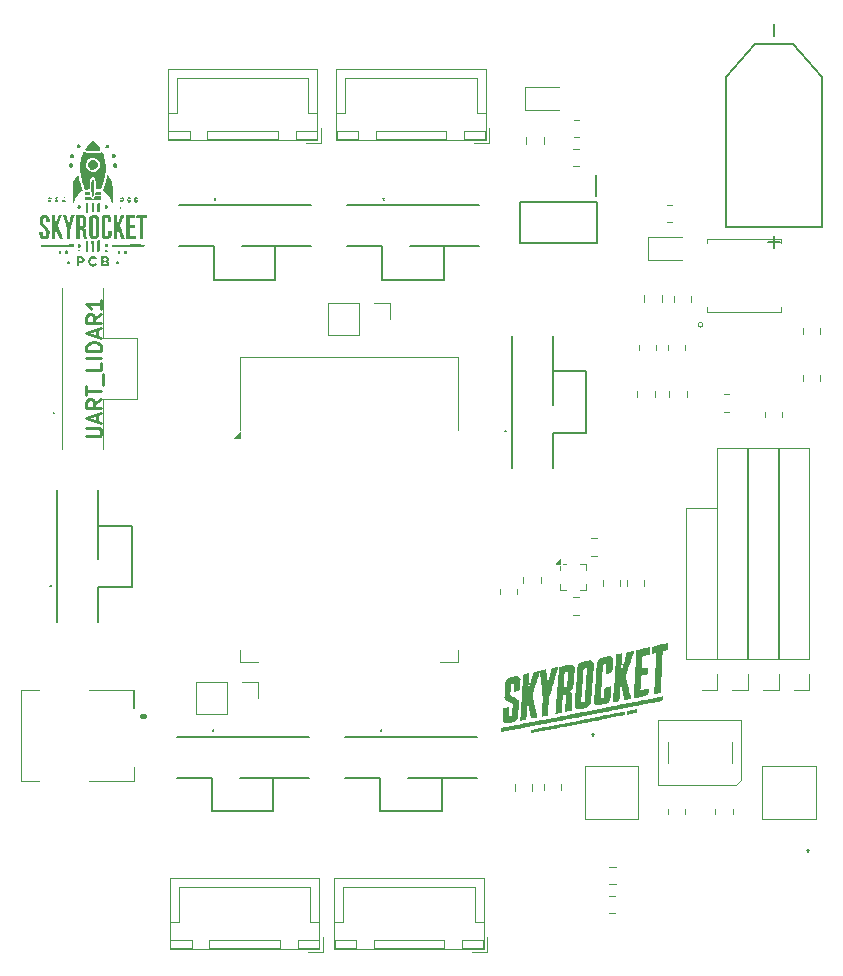
<source format=gbr>
%TF.GenerationSoftware,KiCad,Pcbnew,8.0.7*%
%TF.CreationDate,2025-04-09T11:56:33+02:00*%
%TF.ProjectId,PCB_CDFR,5043425f-4344-4465-922e-6b696361645f,rev?*%
%TF.SameCoordinates,Original*%
%TF.FileFunction,Legend,Top*%
%TF.FilePolarity,Positive*%
%FSLAX46Y46*%
G04 Gerber Fmt 4.6, Leading zero omitted, Abs format (unit mm)*
G04 Created by KiCad (PCBNEW 8.0.7) date 2025-04-09 11:56:33*
%MOMM*%
%LPD*%
G01*
G04 APERTURE LIST*
%ADD10C,0.254000*%
%ADD11C,0.000000*%
%ADD12C,0.100000*%
%ADD13C,0.120000*%
%ADD14C,0.200000*%
%ADD15C,0.400000*%
%ADD16C,0.127000*%
G04 APERTURE END LIST*
D10*
X87514318Y-57845237D02*
X88542413Y-57845237D01*
X88542413Y-57845237D02*
X88663365Y-57784760D01*
X88663365Y-57784760D02*
X88723842Y-57724284D01*
X88723842Y-57724284D02*
X88784318Y-57603332D01*
X88784318Y-57603332D02*
X88784318Y-57361427D01*
X88784318Y-57361427D02*
X88723842Y-57240475D01*
X88723842Y-57240475D02*
X88663365Y-57179998D01*
X88663365Y-57179998D02*
X88542413Y-57119522D01*
X88542413Y-57119522D02*
X87514318Y-57119522D01*
X88421461Y-56575237D02*
X88421461Y-55970475D01*
X88784318Y-56696189D02*
X87514318Y-56272856D01*
X87514318Y-56272856D02*
X88784318Y-55849522D01*
X88784318Y-54700475D02*
X88179556Y-55123809D01*
X88784318Y-55426190D02*
X87514318Y-55426190D01*
X87514318Y-55426190D02*
X87514318Y-54942380D01*
X87514318Y-54942380D02*
X87574794Y-54821428D01*
X87574794Y-54821428D02*
X87635270Y-54760951D01*
X87635270Y-54760951D02*
X87756222Y-54700475D01*
X87756222Y-54700475D02*
X87937651Y-54700475D01*
X87937651Y-54700475D02*
X88058603Y-54760951D01*
X88058603Y-54760951D02*
X88119080Y-54821428D01*
X88119080Y-54821428D02*
X88179556Y-54942380D01*
X88179556Y-54942380D02*
X88179556Y-55426190D01*
X87514318Y-54337618D02*
X87514318Y-53611904D01*
X88784318Y-53974761D02*
X87514318Y-53974761D01*
X88905270Y-53490952D02*
X88905270Y-52523332D01*
X88784318Y-51616190D02*
X88784318Y-52220952D01*
X88784318Y-52220952D02*
X87514318Y-52220952D01*
X88784318Y-51192857D02*
X87514318Y-51192857D01*
X88784318Y-50588095D02*
X87514318Y-50588095D01*
X87514318Y-50588095D02*
X87514318Y-50285714D01*
X87514318Y-50285714D02*
X87574794Y-50104285D01*
X87574794Y-50104285D02*
X87695746Y-49983333D01*
X87695746Y-49983333D02*
X87816699Y-49922856D01*
X87816699Y-49922856D02*
X88058603Y-49862380D01*
X88058603Y-49862380D02*
X88240032Y-49862380D01*
X88240032Y-49862380D02*
X88481937Y-49922856D01*
X88481937Y-49922856D02*
X88602889Y-49983333D01*
X88602889Y-49983333D02*
X88723842Y-50104285D01*
X88723842Y-50104285D02*
X88784318Y-50285714D01*
X88784318Y-50285714D02*
X88784318Y-50588095D01*
X88421461Y-49378571D02*
X88421461Y-48773809D01*
X88784318Y-49499523D02*
X87514318Y-49076190D01*
X87514318Y-49076190D02*
X88784318Y-48652856D01*
X88784318Y-47503809D02*
X88179556Y-47927143D01*
X88784318Y-48229524D02*
X87514318Y-48229524D01*
X87514318Y-48229524D02*
X87514318Y-47745714D01*
X87514318Y-47745714D02*
X87574794Y-47624762D01*
X87574794Y-47624762D02*
X87635270Y-47564285D01*
X87635270Y-47564285D02*
X87756222Y-47503809D01*
X87756222Y-47503809D02*
X87937651Y-47503809D01*
X87937651Y-47503809D02*
X88058603Y-47564285D01*
X88058603Y-47564285D02*
X88119080Y-47624762D01*
X88119080Y-47624762D02*
X88179556Y-47745714D01*
X88179556Y-47745714D02*
X88179556Y-48229524D01*
X88784318Y-46294285D02*
X88784318Y-47020000D01*
X88784318Y-46657143D02*
X87514318Y-46657143D01*
X87514318Y-46657143D02*
X87695746Y-46778095D01*
X87695746Y-46778095D02*
X87816699Y-46899047D01*
X87816699Y-46899047D02*
X87877175Y-47020000D01*
D11*
%TO.C,G\u002A\u002A\u002A*%
G36*
X134139116Y-80950535D02*
G01*
X134145459Y-80983969D01*
X134145717Y-81004735D01*
X134138242Y-81126415D01*
X134116954Y-81208012D01*
X134082126Y-81248624D01*
X134071301Y-81252274D01*
X134013744Y-81263906D01*
X133929866Y-81280486D01*
X133828229Y-81300365D01*
X133717395Y-81321889D01*
X133605927Y-81343406D01*
X133502388Y-81363264D01*
X133415339Y-81379811D01*
X133353342Y-81391395D01*
X133324961Y-81396364D01*
X133324180Y-81396437D01*
X133316838Y-81376392D01*
X133308244Y-81324110D01*
X133301029Y-81258740D01*
X133295771Y-81185839D01*
X133294485Y-81132809D01*
X133296970Y-81112616D01*
X133320493Y-81105268D01*
X133379101Y-81091000D01*
X133464630Y-81071694D01*
X133568918Y-81049236D01*
X133598789Y-81042968D01*
X133717129Y-81018043D01*
X133829083Y-80994049D01*
X133922830Y-80973546D01*
X133986550Y-80959095D01*
X133991486Y-80957920D01*
X134071203Y-80940265D01*
X134117389Y-80936885D01*
X134139116Y-80950535D01*
G37*
G36*
X133078365Y-81145261D02*
G01*
X133084978Y-81178923D01*
X133086665Y-81245078D01*
X133086708Y-81272964D01*
X133085122Y-81352909D01*
X133078126Y-81400107D01*
X133062358Y-81425897D01*
X133037055Y-81440534D01*
X133000362Y-81451098D01*
X132927941Y-81467889D01*
X132827494Y-81489270D01*
X132706722Y-81513602D01*
X132573326Y-81539250D01*
X132568115Y-81540228D01*
X132127527Y-81623133D01*
X131725646Y-81699400D01*
X131357696Y-81769956D01*
X131018899Y-81835726D01*
X130704481Y-81897634D01*
X130409664Y-81956605D01*
X130228932Y-81993259D01*
X130044954Y-82030780D01*
X129858117Y-82068889D01*
X129677488Y-82105735D01*
X129512135Y-82139468D01*
X129371125Y-82168239D01*
X129263525Y-82190198D01*
X129256238Y-82191686D01*
X129126943Y-82217622D01*
X128969384Y-82248523D01*
X128798717Y-82281456D01*
X128630103Y-82313487D01*
X128528001Y-82332580D01*
X128321755Y-82370972D01*
X128121873Y-82408461D01*
X127918536Y-82446910D01*
X127701923Y-82488185D01*
X127462217Y-82534151D01*
X127189596Y-82586671D01*
X127172546Y-82589962D01*
X127054305Y-82612474D01*
X126903131Y-82640780D01*
X126729542Y-82672939D01*
X126544056Y-82707007D01*
X126357192Y-82741044D01*
X126223632Y-82765172D01*
X126054760Y-82795617D01*
X125890549Y-82825333D01*
X125738851Y-82852893D01*
X125607516Y-82876866D01*
X125504396Y-82895823D01*
X125440226Y-82907788D01*
X125341855Y-82926107D01*
X125277615Y-82936358D01*
X125238292Y-82938795D01*
X125214675Y-82933674D01*
X125197550Y-82921251D01*
X125190860Y-82914700D01*
X125174799Y-82877711D01*
X125165547Y-82815783D01*
X125164639Y-82787810D01*
X125164899Y-82687402D01*
X125545308Y-82613577D01*
X125701880Y-82583139D01*
X125874053Y-82549582D01*
X126044443Y-82516298D01*
X126195666Y-82486682D01*
X126245700Y-82476857D01*
X126387982Y-82449125D01*
X126555204Y-82416899D01*
X126728910Y-82383717D01*
X126890640Y-82353115D01*
X126929801Y-82345765D01*
X127054551Y-82322190D01*
X127211744Y-82292161D01*
X127390524Y-82257769D01*
X127580033Y-82221108D01*
X127769415Y-82184270D01*
X127900782Y-82158581D01*
X128089713Y-82121594D01*
X128308722Y-82078815D01*
X128544552Y-82032825D01*
X128783947Y-81986208D01*
X129013651Y-81941548D01*
X129202781Y-81904844D01*
X129387366Y-81868942D01*
X129571389Y-81832927D01*
X129746774Y-81798396D01*
X129905442Y-81766947D01*
X130039316Y-81740177D01*
X130140320Y-81719682D01*
X130162728Y-81715053D01*
X130313432Y-81683916D01*
X130479056Y-81650072D01*
X130663542Y-81612732D01*
X130870831Y-81571108D01*
X131104864Y-81524412D01*
X131369581Y-81471856D01*
X131668925Y-81412652D01*
X132006835Y-81346011D01*
X132082624Y-81331084D01*
X132278155Y-81292502D01*
X132461530Y-81256165D01*
X132627928Y-81223037D01*
X132772531Y-81194087D01*
X132890519Y-81170279D01*
X132977072Y-81152581D01*
X133027371Y-81141959D01*
X133037055Y-81139703D01*
X133063500Y-81135164D01*
X133078365Y-81145261D01*
G37*
G36*
X136765779Y-75337619D02*
G01*
X136779579Y-75349806D01*
X136787393Y-75378301D01*
X136789683Y-75430516D01*
X136786907Y-75513864D01*
X136781979Y-75598152D01*
X136774113Y-75702603D01*
X136765013Y-75794137D01*
X136755908Y-75861704D01*
X136749304Y-75891473D01*
X136729155Y-75918132D01*
X136685505Y-75941021D01*
X136610197Y-75963764D01*
X136559149Y-75975981D01*
X136472885Y-75995814D01*
X136400475Y-76012836D01*
X136355075Y-76023946D01*
X136350017Y-76025289D01*
X136338703Y-76031351D01*
X136328825Y-76045166D01*
X136320101Y-76070212D01*
X136312246Y-76109968D01*
X136304976Y-76167913D01*
X136298007Y-76247523D01*
X136291054Y-76352279D01*
X136283835Y-76485658D01*
X136276065Y-76651139D01*
X136267460Y-76852199D01*
X136257735Y-77092319D01*
X136252896Y-77214596D01*
X136244670Y-77416535D01*
X136236020Y-77616422D01*
X136227292Y-77807128D01*
X136218830Y-77981520D01*
X136210980Y-78132470D01*
X136204085Y-78252847D01*
X136198993Y-78329018D01*
X136191735Y-78438922D01*
X136183958Y-78580719D01*
X136176243Y-78742179D01*
X136169171Y-78911073D01*
X136163325Y-79075171D01*
X136163007Y-79085200D01*
X136157899Y-79242520D01*
X136153332Y-79361289D01*
X136148605Y-79447074D01*
X136143019Y-79505440D01*
X136135874Y-79541954D01*
X136126469Y-79562184D01*
X136114105Y-79571695D01*
X136101362Y-79575381D01*
X136030607Y-79589925D01*
X135941569Y-79607625D01*
X135844459Y-79626529D01*
X135749491Y-79644685D01*
X135666876Y-79660142D01*
X135606827Y-79670947D01*
X135579557Y-79675148D01*
X135579358Y-79675152D01*
X135569047Y-79657581D01*
X135570921Y-79636533D01*
X135574924Y-79601807D01*
X135580754Y-79528404D01*
X135588102Y-79421733D01*
X135596660Y-79287199D01*
X135606118Y-79130211D01*
X135616168Y-78956177D01*
X135626501Y-78770502D01*
X135636808Y-78578595D01*
X135646781Y-78385864D01*
X135656111Y-78197714D01*
X135664489Y-78019555D01*
X135668885Y-77920764D01*
X135677372Y-77742932D01*
X135687901Y-77549790D01*
X135699588Y-77355953D01*
X135711550Y-77176031D01*
X135722901Y-77024639D01*
X135723609Y-77015986D01*
X135739648Y-76801589D01*
X135750354Y-76614543D01*
X135755706Y-76457755D01*
X135755686Y-76334128D01*
X135750272Y-76246570D01*
X135739445Y-76197987D01*
X135729323Y-76188683D01*
X135693376Y-76194894D01*
X135632370Y-76210464D01*
X135593409Y-76221785D01*
X135515783Y-76241388D01*
X135444126Y-76253143D01*
X135419625Y-76254648D01*
X135375280Y-76250930D01*
X135361816Y-76230702D01*
X135367963Y-76185686D01*
X135373761Y-76134762D01*
X135378357Y-76052647D01*
X135381166Y-75952281D01*
X135381755Y-75881404D01*
X135381755Y-75646083D01*
X135707255Y-75573577D01*
X135853527Y-75540288D01*
X136023266Y-75500546D01*
X136197203Y-75458922D01*
X136356069Y-75419988D01*
X136383252Y-75413199D01*
X136503155Y-75384331D01*
X136609427Y-75360985D01*
X136694134Y-75344728D01*
X136749342Y-75337128D01*
X136765779Y-75337619D01*
G37*
G36*
X127439023Y-77371824D02*
G01*
X127440482Y-77409689D01*
X127426785Y-77476729D01*
X127424910Y-77484926D01*
X127408118Y-77552275D01*
X127382242Y-77648678D01*
X127349490Y-77766570D01*
X127312068Y-77898390D01*
X127272183Y-78036575D01*
X127232044Y-78173563D01*
X127193855Y-78301790D01*
X127159826Y-78413695D01*
X127132162Y-78501714D01*
X127113071Y-78558285D01*
X127107731Y-78571763D01*
X127090963Y-78617523D01*
X127067525Y-78692872D01*
X127041445Y-78784577D01*
X127030475Y-78825543D01*
X127001159Y-78932572D01*
X126963795Y-79062392D01*
X126923973Y-79195818D01*
X126898622Y-79277932D01*
X126821171Y-79536812D01*
X126760909Y-79767852D01*
X126715254Y-79982668D01*
X126681622Y-80192879D01*
X126665661Y-80326151D01*
X126657803Y-80411411D01*
X126648730Y-80527567D01*
X126639009Y-80665304D01*
X126629206Y-80815307D01*
X126619888Y-80968259D01*
X126611622Y-81114846D01*
X126604974Y-81245751D01*
X126600511Y-81351661D01*
X126598800Y-81423258D01*
X126598797Y-81425325D01*
X126593789Y-81466271D01*
X126582003Y-81476942D01*
X126554529Y-81476456D01*
X126494980Y-81483262D01*
X126414438Y-81495397D01*
X126323982Y-81510900D01*
X126234693Y-81527807D01*
X126157651Y-81544156D01*
X126103936Y-81557986D01*
X126086883Y-81564629D01*
X126074511Y-81558497D01*
X126070860Y-81516796D01*
X126075641Y-81435774D01*
X126076391Y-81427357D01*
X126081433Y-81360127D01*
X126087773Y-81257668D01*
X126094928Y-81128853D01*
X126102412Y-80982552D01*
X126109741Y-80827638D01*
X126112422Y-80767506D01*
X126119365Y-80614104D01*
X126126391Y-80468190D01*
X126133067Y-80338037D01*
X126138964Y-80231920D01*
X126143651Y-80158114D01*
X126145169Y-80138575D01*
X126148084Y-80038140D01*
X126143214Y-79895991D01*
X126130690Y-79713834D01*
X126110646Y-79493376D01*
X126083214Y-79236320D01*
X126058312Y-79024152D01*
X126026776Y-78760420D01*
X125997889Y-78511390D01*
X125972343Y-78283326D01*
X125950831Y-78082492D01*
X125934046Y-77915153D01*
X125926143Y-77828980D01*
X125912406Y-77670992D01*
X125974231Y-77658709D01*
X126038278Y-77646993D01*
X126114130Y-77634394D01*
X126124327Y-77632803D01*
X126201318Y-77617258D01*
X126289473Y-77594459D01*
X126319402Y-77585481D01*
X126384645Y-77569425D01*
X126431692Y-77566220D01*
X126444672Y-77570765D01*
X126449889Y-77596624D01*
X126456207Y-77661300D01*
X126463302Y-77759496D01*
X126470849Y-77885916D01*
X126478523Y-78035264D01*
X126485999Y-78202244D01*
X126490833Y-78323907D01*
X126497843Y-78497941D01*
X126505076Y-78656247D01*
X126512239Y-78793864D01*
X126519038Y-78905830D01*
X126525179Y-78987184D01*
X126530366Y-79032964D01*
X126533349Y-79041109D01*
X126542926Y-79013503D01*
X126557214Y-78952142D01*
X126574080Y-78866874D01*
X126587257Y-78792441D01*
X126605219Y-78696923D01*
X126631646Y-78570686D01*
X126664388Y-78422768D01*
X126701298Y-78262207D01*
X126740226Y-78098039D01*
X126779024Y-77939302D01*
X126815542Y-77795034D01*
X126847634Y-77674273D01*
X126873148Y-77586055D01*
X126876827Y-77574482D01*
X126897772Y-77515894D01*
X126920972Y-77482405D01*
X126959703Y-77463313D01*
X127027241Y-77447917D01*
X127035969Y-77446192D01*
X127132184Y-77425420D01*
X127233284Y-77400917D01*
X127275247Y-77389738D01*
X127363251Y-77366202D01*
X127415561Y-77358780D01*
X127439023Y-77371824D01*
G37*
G36*
X135255678Y-75944426D02*
G01*
X135250833Y-76082024D01*
X135245415Y-76181553D01*
X135238265Y-76249073D01*
X135228221Y-76290647D01*
X135214123Y-76312337D01*
X135194810Y-76320204D01*
X135183609Y-76320851D01*
X135145031Y-76326248D01*
X135075152Y-76340603D01*
X134985226Y-76361167D01*
X134886506Y-76385186D01*
X134790245Y-76409909D01*
X134707698Y-76432585D01*
X134650116Y-76450463D01*
X134643191Y-76452989D01*
X134616740Y-76468089D01*
X134600044Y-76495618D01*
X134589530Y-76546009D01*
X134581625Y-76629697D01*
X134581331Y-76633626D01*
X134575119Y-76715458D01*
X134566380Y-76828108D01*
X134556146Y-76958405D01*
X134545448Y-77093175D01*
X134542295Y-77132595D01*
X134533783Y-77250050D01*
X134528140Y-77351505D01*
X134525669Y-77429040D01*
X134526679Y-77474741D01*
X134528735Y-77483354D01*
X134553351Y-77483814D01*
X134610832Y-77476932D01*
X134690876Y-77464559D01*
X134783180Y-77448548D01*
X134877444Y-77430751D01*
X134963365Y-77413020D01*
X135030641Y-77397208D01*
X135064554Y-77387017D01*
X135075848Y-77385409D01*
X135083462Y-77394186D01*
X135087336Y-77418655D01*
X135087411Y-77464120D01*
X135083627Y-77535888D01*
X135075927Y-77639263D01*
X135064250Y-77779551D01*
X135059571Y-77834186D01*
X135048045Y-77968285D01*
X134784406Y-78029643D01*
X134671728Y-78056793D01*
X134595211Y-78078160D01*
X134547726Y-78096574D01*
X134522147Y-78114865D01*
X134511346Y-78135864D01*
X134510790Y-78138289D01*
X134506126Y-78175425D01*
X134499543Y-78248223D01*
X134491710Y-78348283D01*
X134483294Y-78467207D01*
X134477191Y-78560729D01*
X134468144Y-78702914D01*
X134458840Y-78846569D01*
X134450128Y-78978741D01*
X134442859Y-79086475D01*
X134439962Y-79128113D01*
X134426355Y-79320345D01*
X134512352Y-79308002D01*
X134569595Y-79298155D01*
X134656744Y-79281242D01*
X134760644Y-79259877D01*
X134840946Y-79242659D01*
X134939482Y-79221440D01*
X135021905Y-79204266D01*
X135078812Y-79193060D01*
X135100242Y-79189661D01*
X135110370Y-79210707D01*
X135115499Y-79270318D01*
X135115594Y-79363203D01*
X135110622Y-79484073D01*
X135102856Y-79598887D01*
X135089034Y-79776401D01*
X134490607Y-79894602D01*
X134332797Y-79925949D01*
X134188428Y-79954962D01*
X134063390Y-79980432D01*
X133963568Y-80001147D01*
X133894852Y-80015899D01*
X133863128Y-80023476D01*
X133862414Y-80023718D01*
X133847462Y-80021296D01*
X133840559Y-79995056D01*
X133840884Y-79937709D01*
X133845258Y-79871443D01*
X133852619Y-79770565D01*
X133860917Y-79648232D01*
X133868630Y-79527060D01*
X133870348Y-79498609D01*
X133876179Y-79407285D01*
X133884630Y-79283722D01*
X133894867Y-79139682D01*
X133906057Y-78986926D01*
X133915722Y-78858644D01*
X133927140Y-78702168D01*
X133938101Y-78539065D01*
X133947768Y-78382743D01*
X133955303Y-78246609D01*
X133959144Y-78163510D01*
X133964123Y-78056982D01*
X133971699Y-77918502D01*
X133981153Y-77760128D01*
X133991763Y-77593918D01*
X134002807Y-77431930D01*
X134003352Y-77424239D01*
X134014911Y-77246676D01*
X134026532Y-77042004D01*
X134037356Y-76827240D01*
X134046522Y-76619401D01*
X134052879Y-76444835D01*
X134068723Y-75939888D01*
X134311469Y-75888041D01*
X134422383Y-75863774D01*
X134560978Y-75832588D01*
X134712039Y-75797950D01*
X134860352Y-75763331D01*
X134909265Y-75751750D01*
X135264316Y-75667306D01*
X135255678Y-75944426D01*
G37*
G36*
X131890765Y-76470619D02*
G01*
X131993232Y-76522926D01*
X132072489Y-76611776D01*
X132073295Y-76613047D01*
X132094995Y-76652428D01*
X132107041Y-76693196D01*
X132110775Y-76747386D01*
X132107540Y-76827034D01*
X132103466Y-76883579D01*
X132096425Y-76977643D01*
X132087387Y-77102024D01*
X132077333Y-77243004D01*
X132067247Y-77386864D01*
X132063344Y-77443306D01*
X132038489Y-77804422D01*
X131764155Y-77889853D01*
X131661652Y-77921259D01*
X131575707Y-77946615D01*
X131514327Y-77963633D01*
X131485516Y-77970022D01*
X131484392Y-77969853D01*
X131483954Y-77947044D01*
X131487117Y-77889891D01*
X131493270Y-77807987D01*
X131498766Y-77743984D01*
X131509843Y-77614927D01*
X131521544Y-77469435D01*
X131531727Y-77334334D01*
X131533788Y-77305267D01*
X131549007Y-77086990D01*
X131462731Y-77102903D01*
X131381045Y-77119756D01*
X131325329Y-77140198D01*
X131289395Y-77172578D01*
X131267059Y-77225248D01*
X131252134Y-77306557D01*
X131240877Y-77402386D01*
X131233174Y-77482465D01*
X131223373Y-77599055D01*
X131212038Y-77744610D01*
X131199733Y-77911587D01*
X131187023Y-78092440D01*
X131174470Y-78279626D01*
X131169137Y-78362119D01*
X131156048Y-78563152D01*
X131141923Y-78773154D01*
X131127478Y-78981968D01*
X131113427Y-79179439D01*
X131100484Y-79355409D01*
X131089365Y-79499724D01*
X131087229Y-79526286D01*
X131076921Y-79661827D01*
X131069003Y-79783367D01*
X131063840Y-79883659D01*
X131061798Y-79955451D01*
X131063240Y-79991496D01*
X131063715Y-79993210D01*
X131080940Y-80011343D01*
X131119638Y-80012562D01*
X131168204Y-80003398D01*
X131222281Y-79991329D01*
X131264321Y-79978854D01*
X131296161Y-79960649D01*
X131319644Y-79931393D01*
X131336610Y-79885761D01*
X131348897Y-79818431D01*
X131358348Y-79724080D01*
X131366801Y-79597385D01*
X131376098Y-79433023D01*
X131378170Y-79396047D01*
X131392018Y-79150045D01*
X131626982Y-79070467D01*
X131756536Y-79028235D01*
X131849747Y-79002345D01*
X131911107Y-78992386D01*
X131945107Y-78997949D01*
X131956238Y-79018624D01*
X131953144Y-79040703D01*
X131948069Y-79077082D01*
X131941508Y-79150160D01*
X131933992Y-79252551D01*
X131926054Y-79376863D01*
X131918225Y-79515709D01*
X131916247Y-79553779D01*
X131906624Y-79728889D01*
X131896960Y-79866638D01*
X131886056Y-79973785D01*
X131872714Y-80057091D01*
X131855735Y-80123314D01*
X131833921Y-80179213D01*
X131806074Y-80231549D01*
X131792006Y-80254545D01*
X131742719Y-80323208D01*
X131685946Y-80379767D01*
X131615546Y-80427039D01*
X131525377Y-80467840D01*
X131409299Y-80504989D01*
X131261168Y-80541301D01*
X131089575Y-80576728D01*
X130950222Y-80602221D01*
X130845689Y-80616806D01*
X130768156Y-80620979D01*
X130709806Y-80615232D01*
X130670287Y-80603262D01*
X130608713Y-80563965D01*
X130547731Y-80503422D01*
X130502438Y-80438098D01*
X130489754Y-80406377D01*
X130487584Y-80367963D01*
X130489572Y-80292913D01*
X130495149Y-80188473D01*
X130503749Y-80061887D01*
X130514803Y-79920401D01*
X130527744Y-79771261D01*
X130542003Y-79621713D01*
X130557015Y-79479001D01*
X130572210Y-79350372D01*
X130572923Y-79344770D01*
X130579066Y-79285476D01*
X130587435Y-79188124D01*
X130597587Y-79058713D01*
X130609080Y-78903240D01*
X130621472Y-78727703D01*
X130634321Y-78538099D01*
X130647184Y-78340426D01*
X130648570Y-78318619D01*
X130665259Y-78055487D01*
X130679436Y-77832658D01*
X130691381Y-77646388D01*
X130701377Y-77492934D01*
X130709705Y-77368552D01*
X130716647Y-77269497D01*
X130722484Y-77192027D01*
X130727498Y-77132397D01*
X130731971Y-77086864D01*
X130736184Y-77051683D01*
X130740419Y-77023112D01*
X130744957Y-76997405D01*
X130749879Y-76971850D01*
X130797075Y-76835610D01*
X130878541Y-76720220D01*
X130980004Y-76639217D01*
X131046108Y-76609654D01*
X131144825Y-76576748D01*
X131265040Y-76543134D01*
X131395638Y-76511448D01*
X131525504Y-76484326D01*
X131643523Y-76464405D01*
X131738580Y-76454321D01*
X131762642Y-76453602D01*
X131890765Y-76470619D01*
G37*
G36*
X130200711Y-76791400D02*
G01*
X130229930Y-76799368D01*
X130258337Y-76812270D01*
X130275225Y-76820951D01*
X130341546Y-76867451D01*
X130406188Y-76931598D01*
X130425963Y-76956919D01*
X130490588Y-77048397D01*
X130452461Y-77628021D01*
X130440384Y-77804912D01*
X130427187Y-77986686D01*
X130413699Y-78162696D01*
X130400750Y-78322296D01*
X130389169Y-78454837D01*
X130383258Y-78516594D01*
X130371799Y-78637292D01*
X130358428Y-78789112D01*
X130344222Y-78959144D01*
X130330257Y-79134476D01*
X130317612Y-79302197D01*
X130316969Y-79311033D01*
X130299127Y-79556126D01*
X130283910Y-79761318D01*
X130270823Y-79930734D01*
X130259367Y-80068499D01*
X130249045Y-80178737D01*
X130239359Y-80265574D01*
X130229812Y-80333132D01*
X130219907Y-80385538D01*
X130209146Y-80426915D01*
X130197031Y-80461389D01*
X130183064Y-80493083D01*
X130171553Y-80516556D01*
X130111943Y-80601887D01*
X130024014Y-80686478D01*
X129919240Y-80762686D01*
X129809094Y-80822870D01*
X129705049Y-80859387D01*
X129645737Y-80866811D01*
X129607288Y-80871111D01*
X129537326Y-80882672D01*
X129447490Y-80899481D01*
X129390357Y-80910947D01*
X129283531Y-80932849D01*
X129209769Y-80946277D01*
X129158791Y-80951076D01*
X129120314Y-80947089D01*
X129084060Y-80934160D01*
X129039746Y-80912134D01*
X129026676Y-80905430D01*
X128931922Y-80835947D01*
X128887202Y-80772583D01*
X128876100Y-80749709D01*
X128867513Y-80726435D01*
X128861531Y-80698023D01*
X128858245Y-80659736D01*
X128857743Y-80606836D01*
X128860117Y-80534584D01*
X128865458Y-80438242D01*
X128872692Y-80330399D01*
X129413758Y-80330399D01*
X129415321Y-80341872D01*
X129443099Y-80350618D01*
X129500260Y-80349708D01*
X129573374Y-80340221D01*
X129649013Y-80323234D01*
X129649602Y-80323068D01*
X129684934Y-80294693D01*
X129698789Y-80263994D01*
X129702576Y-80232100D01*
X129708969Y-80161198D01*
X129717600Y-80056312D01*
X129728102Y-79922468D01*
X129740107Y-79764692D01*
X129753247Y-79588009D01*
X129767155Y-79397447D01*
X129781463Y-79198029D01*
X129795804Y-78994783D01*
X129809810Y-78792734D01*
X129823112Y-78596907D01*
X129835345Y-78412329D01*
X129843559Y-78284882D01*
X129853391Y-78140346D01*
X129865167Y-77982887D01*
X129877415Y-77831457D01*
X129888658Y-77705007D01*
X129888731Y-77704241D01*
X129897510Y-77601776D01*
X129902969Y-77516254D01*
X129904662Y-77456702D01*
X129902212Y-77432214D01*
X129876908Y-77431935D01*
X129823767Y-77442043D01*
X129756754Y-77458758D01*
X129689833Y-77478301D01*
X129636967Y-77496892D01*
X129612145Y-77510714D01*
X129606699Y-77539407D01*
X129599094Y-77610204D01*
X129589477Y-77721133D01*
X129577995Y-77870222D01*
X129564795Y-78055500D01*
X129550025Y-78274996D01*
X129533833Y-78526737D01*
X129522093Y-78715204D01*
X129509644Y-78909808D01*
X129495000Y-79126380D01*
X129479252Y-79349577D01*
X129463487Y-79564054D01*
X129448795Y-79754467D01*
X129444714Y-79805171D01*
X129433338Y-79952006D01*
X129424203Y-80084346D01*
X129417662Y-80195791D01*
X129414063Y-80279941D01*
X129413758Y-80330399D01*
X128872692Y-80330399D01*
X128873854Y-80313073D01*
X128885397Y-80154339D01*
X128900177Y-79957301D01*
X128903600Y-79911940D01*
X128918759Y-79713140D01*
X128934324Y-79512648D01*
X128949639Y-79318669D01*
X128964046Y-79139408D01*
X128976890Y-78983069D01*
X128987513Y-78857856D01*
X128992330Y-78803475D01*
X129002736Y-78677617D01*
X129014160Y-78520519D01*
X129025757Y-78345036D01*
X129036684Y-78164022D01*
X129046098Y-77990333D01*
X129047367Y-77964900D01*
X129057747Y-77767597D01*
X129067967Y-77608805D01*
X129078919Y-77482910D01*
X129091492Y-77384299D01*
X129106578Y-77307360D01*
X129125067Y-77246479D01*
X129147849Y-77196044D01*
X129175815Y-77150442D01*
X129176828Y-77148967D01*
X129243382Y-77066647D01*
X129320640Y-77002705D01*
X129417392Y-76952350D01*
X129542427Y-76910792D01*
X129669350Y-76880527D01*
X129830565Y-76846394D01*
X129954647Y-76820767D01*
X130047648Y-76803049D01*
X130115624Y-76792645D01*
X130164627Y-76788961D01*
X130200711Y-76791400D01*
G37*
G36*
X133919787Y-75980017D02*
G01*
X133913639Y-76006135D01*
X133901628Y-76038126D01*
X133877683Y-76104932D01*
X133844240Y-76199641D01*
X133803740Y-76315338D01*
X133758620Y-76445110D01*
X133748156Y-76475325D01*
X133696823Y-76622294D01*
X133644121Y-76770793D01*
X133593973Y-76909943D01*
X133550298Y-77028862D01*
X133517555Y-77115291D01*
X133461404Y-77264303D01*
X133404021Y-77425199D01*
X133348860Y-77587544D01*
X133299373Y-77740902D01*
X133259013Y-77874837D01*
X133231233Y-77978913D01*
X133229848Y-77984815D01*
X133217806Y-78045447D01*
X133211514Y-78105330D01*
X133211790Y-78170887D01*
X133219451Y-78248540D01*
X133235315Y-78344709D01*
X133260200Y-78465816D01*
X133294922Y-78618284D01*
X133328456Y-78759339D01*
X133359498Y-78890109D01*
X133388944Y-79016945D01*
X133414268Y-79128768D01*
X133432943Y-79214498D01*
X133439138Y-79244830D01*
X133477703Y-79418614D01*
X133529106Y-79615194D01*
X133588624Y-79816876D01*
X133608961Y-79880678D01*
X133633867Y-79960735D01*
X133651054Y-80022806D01*
X133657760Y-80056631D01*
X133657231Y-80059823D01*
X133633861Y-80066136D01*
X133575310Y-80078718D01*
X133489809Y-80095882D01*
X133385588Y-80115940D01*
X133358991Y-80120943D01*
X133068546Y-80175344D01*
X133053951Y-80074205D01*
X133041916Y-80007093D01*
X133022093Y-79913283D01*
X132997936Y-79808758D01*
X132986688Y-79762950D01*
X132956181Y-79638860D01*
X132922596Y-79498260D01*
X132887894Y-79349787D01*
X132854037Y-79202075D01*
X132822988Y-79063761D01*
X132796708Y-78943479D01*
X132777160Y-78849865D01*
X132767096Y-78796471D01*
X132755891Y-78741090D01*
X132745860Y-78711476D01*
X132742653Y-78709852D01*
X132738924Y-78733492D01*
X132732957Y-78795939D01*
X132725121Y-78891943D01*
X132715784Y-79016253D01*
X132705317Y-79163618D01*
X132694089Y-79328786D01*
X132682470Y-79506509D01*
X132670829Y-79691533D01*
X132659536Y-79878610D01*
X132655306Y-79950999D01*
X132648689Y-80072628D01*
X132641516Y-80158074D01*
X132628104Y-80214992D01*
X132602768Y-80251033D01*
X132559827Y-80273853D01*
X132493595Y-80291106D01*
X132398392Y-80310444D01*
X132386589Y-80312885D01*
X132286734Y-80333877D01*
X132200973Y-80352284D01*
X132139737Y-80365844D01*
X132115513Y-80371655D01*
X132100207Y-80370705D01*
X132092018Y-80352256D01*
X132090301Y-80308840D01*
X132094414Y-80232987D01*
X132098745Y-80176997D01*
X132105554Y-80094203D01*
X132115310Y-79977120D01*
X132127199Y-79835435D01*
X132140408Y-79678835D01*
X132154123Y-79517005D01*
X132159441Y-79454474D01*
X132197421Y-78980603D01*
X132228214Y-78533261D01*
X132252948Y-78095631D01*
X132259299Y-77964900D01*
X132266527Y-77833690D01*
X132276856Y-77676476D01*
X132289021Y-77511173D01*
X132301757Y-77355695D01*
X132304479Y-77324934D01*
X132315875Y-77184802D01*
X132325471Y-77041326D01*
X132332456Y-76908587D01*
X132336023Y-76800666D01*
X132336314Y-76770960D01*
X132337986Y-76660875D01*
X132342340Y-76548908D01*
X132348520Y-76455598D01*
X132350182Y-76438248D01*
X132363960Y-76306425D01*
X132554309Y-76267048D01*
X132651108Y-76247499D01*
X132740499Y-76230272D01*
X132806900Y-76218346D01*
X132819832Y-76216274D01*
X132895006Y-76204877D01*
X132879948Y-76356652D01*
X132873314Y-76428486D01*
X132864225Y-76533880D01*
X132853551Y-76662381D01*
X132842163Y-76803539D01*
X132832504Y-76926521D01*
X132820715Y-77072689D01*
X132808204Y-77217484D01*
X132795997Y-77349741D01*
X132785116Y-77458295D01*
X132777905Y-77521772D01*
X132767181Y-77623712D01*
X132759866Y-77725250D01*
X132757440Y-77805500D01*
X132757493Y-77809846D01*
X132759236Y-77847230D01*
X132763869Y-77860656D01*
X132772843Y-77846383D01*
X132787611Y-77800671D01*
X132809624Y-77719781D01*
X132840333Y-77599973D01*
X132842918Y-77589748D01*
X132874756Y-77467074D01*
X132906028Y-77352517D01*
X132933856Y-77256220D01*
X132955361Y-77188325D01*
X132961919Y-77170460D01*
X132982194Y-77114417D01*
X133010883Y-77028000D01*
X133044093Y-76923222D01*
X133076356Y-76817376D01*
X133115014Y-76688385D01*
X133157066Y-76548867D01*
X133196661Y-76418206D01*
X133220535Y-76339924D01*
X133285656Y-76127286D01*
X133577885Y-76056633D01*
X133687541Y-76029974D01*
X133783064Y-76006474D01*
X133855568Y-75988341D01*
X133896164Y-75977781D01*
X133900155Y-75976623D01*
X133919787Y-75980017D01*
G37*
G36*
X128648195Y-77181444D02*
G01*
X128707704Y-77201184D01*
X128732144Y-77216020D01*
X128783375Y-77266636D01*
X128829513Y-77332862D01*
X128836155Y-77345404D01*
X128852491Y-77381827D01*
X128862925Y-77418731D01*
X128867848Y-77464870D01*
X128867652Y-77529002D01*
X128862727Y-77619882D01*
X128853856Y-77741200D01*
X128833386Y-78002743D01*
X128813852Y-78241847D01*
X128795575Y-78454995D01*
X128778875Y-78638671D01*
X128764074Y-78789358D01*
X128751493Y-78903540D01*
X128741454Y-78977699D01*
X128740249Y-78984803D01*
X128716156Y-79064785D01*
X128673569Y-79156717D01*
X128620040Y-79248112D01*
X128563121Y-79326480D01*
X128510362Y-79379331D01*
X128496149Y-79388519D01*
X128457825Y-79423560D01*
X128462616Y-79461936D01*
X128509529Y-79499617D01*
X128549248Y-79524180D01*
X128579415Y-79553720D01*
X128601052Y-79594004D01*
X128615181Y-79650797D01*
X128622824Y-79729864D01*
X128625004Y-79836971D01*
X128622743Y-79977884D01*
X128618565Y-80114618D01*
X128613594Y-80285590D01*
X128611807Y-80422009D01*
X128613503Y-80533366D01*
X128618978Y-80629150D01*
X128628532Y-80718850D01*
X128640010Y-80796949D01*
X128654501Y-80891280D01*
X128664848Y-80967566D01*
X128669882Y-81016553D01*
X128669457Y-81029819D01*
X128645670Y-81036618D01*
X128588987Y-81050341D01*
X128509670Y-81068693D01*
X128417985Y-81089377D01*
X128324194Y-81110096D01*
X128238564Y-81128555D01*
X128171357Y-81142457D01*
X128138011Y-81148713D01*
X128077324Y-81158701D01*
X128077324Y-80748360D01*
X128078794Y-80592541D01*
X128082854Y-80427913D01*
X128088979Y-80269100D01*
X128096646Y-80130723D01*
X128101946Y-80061576D01*
X128112343Y-79932140D01*
X128115211Y-79840168D01*
X128108218Y-79779298D01*
X128089036Y-79743164D01*
X128055334Y-79725403D01*
X128004781Y-79719653D01*
X127976620Y-79719287D01*
X127915982Y-79722862D01*
X127876783Y-79731844D01*
X127870866Y-79736200D01*
X127864710Y-79765868D01*
X127856509Y-79836371D01*
X127846521Y-79944472D01*
X127835001Y-80086929D01*
X127822204Y-80260505D01*
X127808388Y-80461960D01*
X127793807Y-80688053D01*
X127787193Y-80794889D01*
X127759870Y-81241559D01*
X127681369Y-81254536D01*
X127622996Y-81264979D01*
X127537292Y-81281256D01*
X127440161Y-81300329D01*
X127412413Y-81305891D01*
X127221959Y-81344269D01*
X127230747Y-81265531D01*
X127234810Y-81224545D01*
X127240171Y-81162082D01*
X127247043Y-81075240D01*
X127255639Y-80961115D01*
X127266171Y-80816805D01*
X127278851Y-80639404D01*
X127293893Y-80426011D01*
X127311509Y-80173721D01*
X127326969Y-79950999D01*
X127340828Y-79758485D01*
X127356440Y-79554320D01*
X127372850Y-79350164D01*
X127389104Y-79157677D01*
X127390925Y-79137335D01*
X127915347Y-79137335D01*
X127916505Y-79145536D01*
X127937948Y-79138579D01*
X127989086Y-79120480D01*
X128048912Y-79098779D01*
X128121098Y-79069935D01*
X128177788Y-79042903D01*
X128202296Y-79027059D01*
X128212146Y-78996509D01*
X128223151Y-78924490D01*
X128235038Y-78813642D01*
X128247535Y-78666608D01*
X128260369Y-78486029D01*
X128264080Y-78428323D01*
X128274200Y-78272521D01*
X128284026Y-78130453D01*
X128293079Y-78008314D01*
X128300884Y-77912300D01*
X128306964Y-77848605D01*
X128310553Y-77824077D01*
X128308547Y-77807132D01*
X128281338Y-77801745D01*
X128220703Y-77806728D01*
X128204634Y-77808760D01*
X128129234Y-77817867D01*
X128074332Y-77826789D01*
X128036190Y-77841927D01*
X128011069Y-77869685D01*
X127995230Y-77916465D01*
X127984934Y-77988670D01*
X127976443Y-78092703D01*
X127967564Y-78214756D01*
X127957440Y-78354278D01*
X127947619Y-78500095D01*
X127938464Y-78645600D01*
X127930336Y-78784191D01*
X127923598Y-78909264D01*
X127918613Y-79014215D01*
X127915741Y-79092440D01*
X127915347Y-79137335D01*
X127390925Y-79137335D01*
X127404246Y-78988522D01*
X127414627Y-78880712D01*
X127429272Y-78727018D01*
X127445467Y-78543158D01*
X127462071Y-78343017D01*
X127477941Y-78140483D01*
X127491934Y-77949441D01*
X127495589Y-77896539D01*
X127507440Y-77722154D01*
X127922850Y-77722154D01*
X127933884Y-77733188D01*
X127944918Y-77722154D01*
X127933884Y-77711120D01*
X127922850Y-77722154D01*
X127507440Y-77722154D01*
X127533228Y-77342688D01*
X127954234Y-77257871D01*
X128160329Y-77218459D01*
X128328438Y-77191343D01*
X128462896Y-77176291D01*
X128568037Y-77173069D01*
X128648195Y-77181444D01*
G37*
G36*
X124052500Y-78129154D02*
G01*
X124143397Y-78186822D01*
X124222448Y-78274963D01*
X124227599Y-78282587D01*
X124285636Y-78370286D01*
X124261584Y-78676400D01*
X124252464Y-78803254D01*
X124244932Y-78928545D01*
X124239718Y-79038610D01*
X124237554Y-79119789D01*
X124237533Y-79126005D01*
X124233350Y-79208798D01*
X124222337Y-79274759D01*
X124209948Y-79305600D01*
X124177497Y-79326424D01*
X124112914Y-79352785D01*
X124027127Y-79380543D01*
X123972720Y-79395457D01*
X123879058Y-79420014D01*
X123799336Y-79441910D01*
X123744787Y-79458010D01*
X123729260Y-79463394D01*
X123717101Y-79464749D01*
X123709399Y-79452872D01*
X123706096Y-79421978D01*
X123707138Y-79366283D01*
X123712466Y-79280000D01*
X123722024Y-79157345D01*
X123725813Y-79111333D01*
X123735337Y-78989097D01*
X123742447Y-78882967D01*
X123746734Y-78800413D01*
X123747793Y-78748904D01*
X123746298Y-78735205D01*
X123721020Y-78733918D01*
X123666694Y-78741213D01*
X123621504Y-78749966D01*
X123545491Y-78771575D01*
X123502977Y-78799049D01*
X123487527Y-78824759D01*
X123480149Y-78861725D01*
X123470870Y-78935059D01*
X123460464Y-79037076D01*
X123449711Y-79160088D01*
X123439386Y-79296411D01*
X123438392Y-79310692D01*
X123408324Y-79746475D01*
X123457667Y-79778805D01*
X123497861Y-79800740D01*
X123567906Y-79834737D01*
X123657001Y-79875675D01*
X123730575Y-79908179D01*
X123887936Y-79982793D01*
X124009864Y-80054224D01*
X124093831Y-80120752D01*
X124137312Y-80180655D01*
X124139586Y-80186989D01*
X124143019Y-80223600D01*
X124143312Y-80296041D01*
X124140666Y-80396132D01*
X124135279Y-80515693D01*
X124128996Y-80621924D01*
X124118890Y-80777855D01*
X124108118Y-80946317D01*
X124097719Y-81110884D01*
X124088737Y-81255129D01*
X124085476Y-81308341D01*
X124074187Y-81456267D01*
X124058652Y-81569837D01*
X124035643Y-81658817D01*
X124001928Y-81732974D01*
X123954279Y-81802073D01*
X123902369Y-81862001D01*
X123843092Y-81921494D01*
X123784673Y-81966105D01*
X123717475Y-82000032D01*
X123631858Y-82027472D01*
X123518185Y-82052621D01*
X123425749Y-82069542D01*
X123313299Y-82089361D01*
X123211076Y-82107638D01*
X123129940Y-82122414D01*
X123080750Y-82131730D01*
X123078975Y-82132089D01*
X123006938Y-82132418D01*
X122945474Y-82115966D01*
X122865148Y-82062273D01*
X122796468Y-81983918D01*
X122752912Y-81897318D01*
X122747161Y-81874404D01*
X122743518Y-81820242D01*
X122745290Y-81736765D01*
X122752000Y-81638402D01*
X122756441Y-81593690D01*
X122767722Y-81479260D01*
X122779350Y-81341936D01*
X122789601Y-81202911D01*
X122794254Y-81129501D01*
X122809199Y-80873599D01*
X122922020Y-80845498D01*
X123004417Y-80822831D01*
X123104208Y-80792408D01*
X123183390Y-80766353D01*
X123331940Y-80715309D01*
X123319399Y-80884848D01*
X123311525Y-80987365D01*
X123301555Y-81111672D01*
X123291279Y-81235591D01*
X123288207Y-81271659D01*
X123279117Y-81388226D01*
X123277007Y-81467360D01*
X123284225Y-81515521D01*
X123303120Y-81539169D01*
X123336041Y-81544762D01*
X123385323Y-81538762D01*
X123482955Y-81515538D01*
X123539305Y-81485321D01*
X123553744Y-81456347D01*
X123555600Y-81403635D01*
X123559991Y-81317769D01*
X123566302Y-81208225D01*
X123573919Y-81084478D01*
X123582227Y-80956004D01*
X123590611Y-80832279D01*
X123598455Y-80722779D01*
X123605146Y-80636979D01*
X123610068Y-80584356D01*
X123610613Y-80579930D01*
X123623662Y-80480625D01*
X123311164Y-80338713D01*
X123187872Y-80280413D01*
X123083918Y-80226711D01*
X123006014Y-80181315D01*
X122960872Y-80147929D01*
X122956067Y-80142644D01*
X122937665Y-80111854D01*
X122924568Y-80069647D01*
X122916617Y-80010770D01*
X122913653Y-79929969D01*
X122915519Y-79821989D01*
X122922056Y-79681578D01*
X122933106Y-79503482D01*
X122935665Y-79465508D01*
X122945799Y-79315639D01*
X122956933Y-79149568D01*
X122967745Y-78987106D01*
X122976910Y-78848058D01*
X122977230Y-78843170D01*
X122986221Y-78719328D01*
X122995633Y-78629712D01*
X123007425Y-78564443D01*
X123023556Y-78513637D01*
X123045984Y-78467414D01*
X123054766Y-78452054D01*
X123139281Y-78349551D01*
X123257825Y-78273291D01*
X123411622Y-78222514D01*
X123432059Y-78218187D01*
X123524179Y-78198408D01*
X123633823Y-78173064D01*
X123727987Y-78149962D01*
X123817623Y-78129433D01*
X123899569Y-78114591D01*
X123957016Y-78108449D01*
X123959699Y-78108423D01*
X124052500Y-78129154D01*
G37*
G36*
X125881717Y-77689272D02*
G01*
X125886157Y-77725218D01*
X125880214Y-77791229D01*
X125866231Y-77875110D01*
X125846548Y-77964667D01*
X125823509Y-78047703D01*
X125801307Y-78107976D01*
X125770574Y-78187929D01*
X125740520Y-78284154D01*
X125726090Y-78340052D01*
X125705644Y-78420932D01*
X125677472Y-78518234D01*
X125639607Y-78638194D01*
X125590082Y-78787045D01*
X125527636Y-78968983D01*
X125485941Y-79093164D01*
X125443102Y-79227598D01*
X125401756Y-79363271D01*
X125364539Y-79491169D01*
X125334091Y-79602279D01*
X125313047Y-79687587D01*
X125304872Y-79730321D01*
X125305941Y-79790382D01*
X125319522Y-79892235D01*
X125345515Y-80035378D01*
X125383822Y-80219307D01*
X125434343Y-80443519D01*
X125495480Y-80701303D01*
X125509945Y-80766650D01*
X125528314Y-80857195D01*
X125546893Y-80954658D01*
X125548991Y-80966116D01*
X125568953Y-81067677D01*
X125595466Y-81191763D01*
X125624141Y-81318142D01*
X125637553Y-81374370D01*
X125664391Y-81484832D01*
X125681497Y-81559376D01*
X125689243Y-81605045D01*
X125687997Y-81628883D01*
X125678133Y-81637937D01*
X125660019Y-81639249D01*
X125651492Y-81639183D01*
X125612679Y-81643316D01*
X125541985Y-81654459D01*
X125450759Y-81670731D01*
X125383339Y-81683657D01*
X125289871Y-81701478D01*
X125214410Y-81714727D01*
X125166151Y-81721858D01*
X125153347Y-81722275D01*
X125148523Y-81699583D01*
X125138240Y-81641235D01*
X125123847Y-81555184D01*
X125106689Y-81449381D01*
X125100014Y-81407471D01*
X125076702Y-81267270D01*
X125049730Y-81115762D01*
X125022488Y-80971453D01*
X124998993Y-80855777D01*
X124975966Y-80744366D01*
X124955151Y-80636477D01*
X124939302Y-80546766D01*
X124932646Y-80502693D01*
X124921850Y-80431701D01*
X124910576Y-80375927D01*
X124905719Y-80359252D01*
X124898933Y-80366938D01*
X124889210Y-80413160D01*
X124877172Y-80492461D01*
X124863439Y-80599387D01*
X124848636Y-80728481D01*
X124833382Y-80874288D01*
X124818301Y-81031352D01*
X124804015Y-81194217D01*
X124791146Y-81357426D01*
X124789760Y-81376307D01*
X124778513Y-81529788D01*
X124769331Y-81644811D01*
X124760942Y-81726924D01*
X124752075Y-81781679D01*
X124741460Y-81814624D01*
X124727824Y-81831311D01*
X124709897Y-81837289D01*
X124686407Y-81838109D01*
X124683985Y-81838119D01*
X124650642Y-81840067D01*
X124605156Y-81846529D01*
X124540325Y-81858911D01*
X124448946Y-81878620D01*
X124323818Y-81907065D01*
X124284004Y-81916265D01*
X124254718Y-81921139D01*
X124240458Y-81911944D01*
X124238148Y-81879233D01*
X124244711Y-81813562D01*
X124246257Y-81800393D01*
X124252942Y-81732863D01*
X124261252Y-81632660D01*
X124270315Y-81511175D01*
X124279259Y-81379799D01*
X124283092Y-81319200D01*
X124293274Y-81164039D01*
X124306040Y-80984580D01*
X124319938Y-80800478D01*
X124333514Y-80631386D01*
X124336926Y-80590964D01*
X124348667Y-80443214D01*
X124361249Y-80267055D01*
X124373637Y-80078175D01*
X124384793Y-79892260D01*
X124392328Y-79752389D01*
X124400758Y-79594134D01*
X124410186Y-79432641D01*
X124419864Y-79279718D01*
X124429044Y-79147177D01*
X124436979Y-79046827D01*
X124437032Y-79046220D01*
X124446600Y-78931642D01*
X124457673Y-78789563D01*
X124469003Y-78636531D01*
X124479338Y-78489095D01*
X124481197Y-78461424D01*
X124490992Y-78305851D01*
X124498937Y-78188164D01*
X124508129Y-78102394D01*
X124521665Y-78042568D01*
X124542642Y-78002718D01*
X124574157Y-77976872D01*
X124619309Y-77959060D01*
X124681193Y-77943310D01*
X124759751Y-77924455D01*
X124855379Y-77901336D01*
X124934198Y-77884348D01*
X124987095Y-77875322D01*
X125004816Y-77875218D01*
X125006283Y-77899296D01*
X125004539Y-77960725D01*
X124999928Y-78052868D01*
X124992797Y-78169085D01*
X124983491Y-78302737D01*
X124980386Y-78344461D01*
X124962783Y-78586695D01*
X124948680Y-78800109D01*
X124938172Y-78982398D01*
X124931355Y-79131256D01*
X124928325Y-79244378D01*
X124929176Y-79319457D01*
X124934006Y-79354188D01*
X124938470Y-79355169D01*
X124950186Y-79326672D01*
X124969131Y-79263441D01*
X124993008Y-79173837D01*
X125019521Y-79066220D01*
X125029391Y-79024152D01*
X125055605Y-78916725D01*
X125089982Y-78784398D01*
X125130135Y-78635553D01*
X125173682Y-78478569D01*
X125218237Y-78321828D01*
X125261417Y-78173711D01*
X125300837Y-78042598D01*
X125334113Y-77936869D01*
X125358861Y-77864905D01*
X125360191Y-77861405D01*
X125399361Y-77813749D01*
X125468680Y-77776800D01*
X125554365Y-77757037D01*
X125585729Y-77755379D01*
X125624833Y-77748422D01*
X125689364Y-77730569D01*
X125745252Y-77712470D01*
X125813135Y-77692763D01*
X125863058Y-77685059D01*
X125881717Y-77689272D01*
G37*
G36*
X136325529Y-79851215D02*
G01*
X136325040Y-79877914D01*
X136318632Y-79937155D01*
X136307567Y-80017933D01*
X136302661Y-80050337D01*
X136273899Y-80235686D01*
X135943683Y-80298478D01*
X135842047Y-80317891D01*
X135704926Y-80344210D01*
X135540161Y-80375925D01*
X135355593Y-80411523D01*
X135159062Y-80449492D01*
X134958409Y-80488321D01*
X134819027Y-80515333D01*
X134455172Y-80585872D01*
X134133554Y-80648176D01*
X133853091Y-80702454D01*
X133612698Y-80748915D01*
X133411294Y-80787768D01*
X133247794Y-80819224D01*
X133174979Y-80833189D01*
X133027529Y-80861575D01*
X132843147Y-80897307D01*
X132628193Y-80939137D01*
X132389026Y-80985815D01*
X132132004Y-81036094D01*
X131863488Y-81088725D01*
X131589835Y-81142461D01*
X131317405Y-81196052D01*
X131052558Y-81248250D01*
X130801652Y-81297808D01*
X130571046Y-81343477D01*
X130367100Y-81384008D01*
X130250999Y-81407176D01*
X130026606Y-81451899D01*
X129780595Y-81500675D01*
X129524921Y-81551148D01*
X129271539Y-81600967D01*
X129032403Y-81647778D01*
X128819466Y-81689229D01*
X128739357Y-81704736D01*
X128558301Y-81739784D01*
X128380957Y-81774245D01*
X128214722Y-81806672D01*
X128066996Y-81835618D01*
X127945178Y-81859634D01*
X127856665Y-81877275D01*
X127834579Y-81881745D01*
X127750857Y-81898439D01*
X127631193Y-81921792D01*
X127483038Y-81950392D01*
X127313842Y-81982824D01*
X127131053Y-82017675D01*
X126942122Y-82053533D01*
X126754499Y-82088984D01*
X126575633Y-82122615D01*
X126412974Y-82153013D01*
X126273971Y-82178765D01*
X126166076Y-82198456D01*
X126146395Y-82201988D01*
X126056638Y-82218431D01*
X125929661Y-82242275D01*
X125771541Y-82272345D01*
X125588350Y-82307465D01*
X125386164Y-82346459D01*
X125171057Y-82388151D01*
X124949104Y-82431364D01*
X124726380Y-82474924D01*
X124508960Y-82517653D01*
X124302917Y-82558376D01*
X124204431Y-82577942D01*
X124035890Y-82610974D01*
X123856063Y-82645326D01*
X123678392Y-82678492D01*
X123516317Y-82707963D01*
X123383278Y-82731233D01*
X123376890Y-82732314D01*
X123241583Y-82755996D01*
X123105211Y-82781336D01*
X122981176Y-82805749D01*
X122882882Y-82826649D01*
X122858297Y-82832354D01*
X122748421Y-82857674D01*
X122674837Y-82871141D01*
X122631274Y-82872577D01*
X122611460Y-82861802D01*
X122609123Y-82838639D01*
X122611808Y-82825325D01*
X122620676Y-82777045D01*
X122631255Y-82702924D01*
X122639119Y-82637749D01*
X122649070Y-82562077D01*
X122660849Y-82520501D01*
X122679171Y-82503077D01*
X122704513Y-82499826D01*
X122736563Y-82496917D01*
X122796496Y-82487925D01*
X122886421Y-82472456D01*
X123008449Y-82450114D01*
X123164689Y-82420503D01*
X123357252Y-82383226D01*
X123588246Y-82337890D01*
X123859783Y-82284097D01*
X123939618Y-82268212D01*
X124100898Y-82236389D01*
X124266623Y-82204203D01*
X124425326Y-82173844D01*
X124565541Y-82147504D01*
X124675801Y-82127374D01*
X124689922Y-82124871D01*
X124800094Y-82104886D01*
X124940441Y-82078574D01*
X125097894Y-82048431D01*
X125259385Y-82016956D01*
X125385057Y-81992023D01*
X125531954Y-81962900D01*
X125709834Y-81928107D01*
X125906284Y-81890044D01*
X126108896Y-81851109D01*
X126305260Y-81813701D01*
X126411208Y-81793684D01*
X126562347Y-81764979D01*
X126748674Y-81729176D01*
X126962106Y-81687852D01*
X127194556Y-81642583D01*
X127437939Y-81594946D01*
X127684170Y-81546517D01*
X127925164Y-81498874D01*
X128044223Y-81475233D01*
X128276527Y-81429111D01*
X128515812Y-81381756D01*
X128754421Y-81334674D01*
X128984696Y-81289368D01*
X129198980Y-81247345D01*
X129389615Y-81210111D01*
X129548943Y-81179169D01*
X129622068Y-81165069D01*
X129771497Y-81136159D01*
X129955084Y-81100314D01*
X130163726Y-81059330D01*
X130388317Y-81015003D01*
X130619753Y-80969130D01*
X130848931Y-80923508D01*
X131045439Y-80884206D01*
X131238746Y-80845459D01*
X131420124Y-80809129D01*
X131584650Y-80776201D01*
X131727406Y-80747657D01*
X131843470Y-80724481D01*
X131927921Y-80707657D01*
X131975839Y-80698169D01*
X131983319Y-80696716D01*
X132019003Y-80689708D01*
X132091737Y-80675254D01*
X132195299Y-80654595D01*
X132323467Y-80628974D01*
X132470019Y-80599633D01*
X132628734Y-80567817D01*
X132634318Y-80566697D01*
X132802282Y-80533210D01*
X132966466Y-80500859D01*
X133118782Y-80471207D01*
X133251145Y-80445819D01*
X133355467Y-80426261D01*
X133417724Y-80415103D01*
X133501121Y-80399944D01*
X133616570Y-80377706D01*
X133752977Y-80350591D01*
X133899244Y-80320800D01*
X134024588Y-80294692D01*
X134272695Y-80243062D01*
X134561479Y-80184132D01*
X134888183Y-80118454D01*
X135250051Y-80046580D01*
X135644328Y-79969062D01*
X135889314Y-79921238D01*
X136020900Y-79896328D01*
X136136828Y-79875747D01*
X136230486Y-79860554D01*
X136295262Y-79851812D01*
X136324547Y-79850580D01*
X136325529Y-79851215D01*
G37*
D12*
%TO.C,BUCK1*%
X139700000Y-48400000D02*
G75*
G02*
X139300000Y-48400000I-200000J0D01*
G01*
X139300000Y-48400000D02*
G75*
G02*
X139700000Y-48400000I200000J0D01*
G01*
D13*
%TO.C,R6*%
X148165000Y-53127064D02*
X148165000Y-52672936D01*
X149635000Y-53127064D02*
X149635000Y-52672936D01*
%TO.C,U2*%
X100550000Y-51100000D02*
X100550000Y-57300000D01*
X100550000Y-51100000D02*
X118950000Y-51100000D01*
X100550000Y-75950000D02*
X100550000Y-76950000D01*
X100550000Y-76950000D02*
X102050000Y-76950000D01*
X118950000Y-51100000D02*
X118950000Y-57300000D01*
X118950000Y-76950000D02*
X117450000Y-76950000D01*
X118950000Y-76950000D02*
X118950000Y-75950000D01*
X100550000Y-57975000D02*
X100050000Y-57975000D01*
X100550000Y-57475000D01*
X100550000Y-57975000D01*
G36*
X100550000Y-57975000D02*
G01*
X100050000Y-57975000D01*
X100550000Y-57475000D01*
X100550000Y-57975000D01*
G37*
%TO.C,R1*%
X136765000Y-89827064D02*
X136765000Y-89372936D01*
X138235000Y-89827064D02*
X138235000Y-89372936D01*
%TO.C,FREE_PIN_1*%
X138270000Y-76705000D02*
X138270000Y-63945000D01*
X140930000Y-63945000D02*
X138270000Y-63945000D01*
X140930000Y-76705000D02*
X138270000Y-76705000D01*
X140930000Y-76705000D02*
X140930000Y-63945000D01*
X140930000Y-77975000D02*
X140930000Y-79305000D01*
X140930000Y-79305000D02*
X139600000Y-79305000D01*
%TO.C,C7*%
X136865000Y-53976248D02*
X136865000Y-54498752D01*
X138335000Y-53976248D02*
X138335000Y-54498752D01*
%TO.C,R5*%
X141472936Y-54265000D02*
X141927064Y-54265000D01*
X141472936Y-55735000D02*
X141927064Y-55735000D01*
%TO.C,L1*%
X140100000Y-41100000D02*
X140100000Y-41500000D01*
X140100000Y-47300000D02*
X140100000Y-46900000D01*
X146300000Y-41100000D02*
X140100000Y-41100000D01*
X146300000Y-41100000D02*
X146300000Y-41500000D01*
X146300000Y-47300000D02*
X140100000Y-47300000D01*
X146300000Y-47300000D02*
X146300000Y-46900000D01*
%TO.C,GND_1*%
X143470000Y-76705000D02*
X143470000Y-58865000D01*
X146130000Y-58865000D02*
X143470000Y-58865000D01*
X146130000Y-76705000D02*
X143470000Y-76705000D01*
X146130000Y-76705000D02*
X146130000Y-58865000D01*
X146130000Y-77975000D02*
X146130000Y-79305000D01*
X146130000Y-79305000D02*
X144800000Y-79305000D01*
D11*
%TO.C,G\u002A\u002A\u002A*%
G36*
X90401476Y-38381157D02*
G01*
X90406151Y-38385289D01*
X90431747Y-38443586D01*
X90422929Y-38509051D01*
X90386063Y-38547460D01*
X90338055Y-38536164D01*
X90314448Y-38515416D01*
X90299412Y-38463193D01*
X90318641Y-38409594D01*
X90357530Y-38375341D01*
X90401476Y-38381157D01*
G37*
G36*
X85666159Y-37833725D02*
G01*
X85735750Y-37873172D01*
X85748715Y-37927851D01*
X85713624Y-37979132D01*
X85643287Y-38006459D01*
X85563752Y-38004785D01*
X85506345Y-37974826D01*
X85467806Y-37908866D01*
X85475415Y-37850676D01*
X85524921Y-37820699D01*
X85538573Y-37819879D01*
X85666159Y-37833725D01*
G37*
G36*
X86091793Y-43046966D02*
G01*
X86130745Y-43097390D01*
X86124903Y-43135426D01*
X86091793Y-43175249D01*
X86018873Y-43231530D01*
X85954218Y-43225857D01*
X85914616Y-43190335D01*
X85890262Y-43134157D01*
X85910001Y-43062052D01*
X85960386Y-42995738D01*
X86022485Y-42992456D01*
X86091793Y-43046966D01*
G37*
G36*
X86933649Y-42026591D02*
G01*
X87006168Y-42053165D01*
X87032091Y-42108898D01*
X87029560Y-42159732D01*
X86990438Y-42178945D01*
X86943897Y-42181057D01*
X86874229Y-42173001D01*
X86848234Y-42137922D01*
X86845454Y-42098750D01*
X86854698Y-42040108D01*
X86895720Y-42023934D01*
X86933649Y-42026591D01*
G37*
G36*
X90227302Y-42989292D02*
G01*
X90271783Y-43051441D01*
X90277020Y-43089786D01*
X90253156Y-43181009D01*
X90193384Y-43230304D01*
X90115439Y-43230825D01*
X90041460Y-43180741D01*
X89994406Y-43107897D01*
X90006776Y-43048396D01*
X90066410Y-42997320D01*
X90152661Y-42968537D01*
X90227302Y-42989292D01*
G37*
G36*
X90895124Y-42118962D02*
G01*
X90938231Y-42166509D01*
X90958859Y-42242334D01*
X90932110Y-42310542D01*
X90874441Y-42357659D01*
X90802307Y-42370215D01*
X90732424Y-42334997D01*
X90697833Y-42261831D01*
X90703813Y-42175957D01*
X90740505Y-42118194D01*
X90817286Y-42089590D01*
X90895124Y-42118962D01*
G37*
G36*
X85682224Y-37615584D02*
G01*
X85687467Y-37616824D01*
X85741230Y-37640765D01*
X85755050Y-37659459D01*
X85727194Y-37678314D01*
X85660369Y-37692265D01*
X85579694Y-37699072D01*
X85510286Y-37696495D01*
X85478122Y-37684157D01*
X85489283Y-37655517D01*
X85541987Y-37629728D01*
X85613784Y-37614010D01*
X85682224Y-37615584D01*
G37*
G36*
X89238023Y-42038805D02*
G01*
X89294078Y-42090985D01*
X89308612Y-42145944D01*
X89272798Y-42206424D01*
X89268492Y-42211251D01*
X89208609Y-42265855D01*
X89161128Y-42268672D01*
X89108730Y-42226872D01*
X89065069Y-42170697D01*
X89069859Y-42119358D01*
X89100541Y-42071452D01*
X89164257Y-42028749D01*
X89238023Y-42038805D01*
G37*
G36*
X90333144Y-42104320D02*
G01*
X90387141Y-42167260D01*
X90399426Y-42246171D01*
X90374443Y-42319744D01*
X90316635Y-42366670D01*
X90277020Y-42373481D01*
X90209156Y-42350351D01*
X90182273Y-42327141D01*
X90151648Y-42253541D01*
X90163390Y-42177983D01*
X90206090Y-42117315D01*
X90268342Y-42088383D01*
X90333144Y-42104320D01*
G37*
G36*
X85331991Y-42105504D02*
G01*
X85384052Y-42170820D01*
X85396383Y-42257348D01*
X85368737Y-42327141D01*
X85309277Y-42362627D01*
X85231373Y-42373322D01*
X85170133Y-42354882D01*
X85167087Y-42352101D01*
X85141360Y-42290268D01*
X85155629Y-42216133D01*
X85197928Y-42147592D01*
X85256288Y-42102543D01*
X85318741Y-42098884D01*
X85331991Y-42105504D01*
G37*
G36*
X85924910Y-42141788D02*
G01*
X85926469Y-42143494D01*
X85973219Y-42216180D01*
X85963582Y-42281951D01*
X85915404Y-42341411D01*
X85834494Y-42397968D01*
X85763405Y-42392934D01*
X85729394Y-42367067D01*
X85699759Y-42307097D01*
X85690909Y-42245199D01*
X85713378Y-42149021D01*
X85770327Y-42095211D01*
X85846067Y-42090543D01*
X85924910Y-42141788D01*
G37*
G36*
X86404141Y-33935854D02*
G01*
X86469992Y-34006130D01*
X86492677Y-34104811D01*
X86467194Y-34198968D01*
X86403040Y-34262381D01*
X86318654Y-34287164D01*
X86232475Y-34265429D01*
X86192975Y-34233014D01*
X86150044Y-34151720D01*
X86141087Y-34057685D01*
X86165333Y-33976199D01*
X86201932Y-33940014D01*
X86309836Y-33911009D01*
X86404141Y-33935854D01*
G37*
G36*
X86960793Y-41527777D02*
G01*
X87013471Y-41590974D01*
X87037514Y-41685788D01*
X87037879Y-41699712D01*
X87017285Y-41791761D01*
X86966551Y-41846786D01*
X86902244Y-41859522D01*
X86840931Y-41824710D01*
X86809772Y-41772156D01*
X86792900Y-41672300D01*
X86813319Y-41582140D01*
X86864325Y-41522826D01*
X86892103Y-41512414D01*
X86960793Y-41527777D01*
G37*
G36*
X87672156Y-41740085D02*
G01*
X87663257Y-42197092D01*
X87581880Y-42206582D01*
X87511826Y-42205727D01*
X87477651Y-42193220D01*
X87469347Y-42154434D01*
X87462391Y-42063860D01*
X87457388Y-41933847D01*
X87454942Y-41776744D01*
X87454798Y-41726722D01*
X87454798Y-41283077D01*
X87567926Y-41283077D01*
X87681054Y-41283077D01*
X87672156Y-41740085D01*
G37*
G36*
X87807576Y-37242168D02*
G01*
X87802982Y-37325036D01*
X87782184Y-37361849D01*
X87734658Y-37370442D01*
X87731875Y-37370451D01*
X87653393Y-37374813D01*
X87546896Y-37385758D01*
X87507380Y-37390846D01*
X87358586Y-37411240D01*
X87358586Y-37262563D01*
X87358586Y-37113885D01*
X87583081Y-37113885D01*
X87807576Y-37113885D01*
X87807576Y-37242168D01*
G37*
G36*
X88153216Y-41756120D02*
G01*
X88162114Y-42213128D01*
X88069994Y-42213128D01*
X87977873Y-42213128D01*
X87956853Y-41774841D01*
X87950036Y-41614351D01*
X87945928Y-41478416D01*
X87944767Y-41379058D01*
X87946789Y-41328297D01*
X87947982Y-41324405D01*
X87985360Y-41313585D01*
X88052224Y-41305684D01*
X88144318Y-41299113D01*
X88153216Y-41756120D01*
G37*
G36*
X89246400Y-38258058D02*
G01*
X89267355Y-38268732D01*
X89348112Y-38334356D01*
X89365765Y-38411177D01*
X89320336Y-38499440D01*
X89291182Y-38531445D01*
X89196476Y-38626150D01*
X89111484Y-38525144D01*
X89055848Y-38436546D01*
X89058277Y-38361068D01*
X89120276Y-38284096D01*
X89137852Y-38268977D01*
X89187546Y-38243111D01*
X89246400Y-38258058D01*
G37*
G36*
X89248385Y-41522855D02*
G01*
X89307516Y-41570914D01*
X89339779Y-41651665D01*
X89335925Y-41736125D01*
X89324404Y-41761084D01*
X89263702Y-41807629D01*
X89180284Y-41821661D01*
X89107037Y-41798806D01*
X89098196Y-41791173D01*
X89061713Y-41718093D01*
X89070167Y-41636324D01*
X89113022Y-41564686D01*
X89179746Y-41521998D01*
X89248385Y-41522855D01*
G37*
G36*
X89385738Y-33132740D02*
G01*
X89439562Y-33208107D01*
X89451199Y-33281436D01*
X89427108Y-33379812D01*
X89366093Y-33440988D01*
X89285040Y-33457752D01*
X89200836Y-33422889D01*
X89175551Y-33399176D01*
X89129236Y-33309983D01*
X89134422Y-33219400D01*
X89183558Y-33145681D01*
X89269093Y-33107080D01*
X89297227Y-33105047D01*
X89385738Y-33132740D01*
G37*
G36*
X89927153Y-33932830D02*
G01*
X89992615Y-33999155D01*
X90016279Y-34088204D01*
X89991057Y-34182394D01*
X89956313Y-34227522D01*
X89867412Y-34283936D01*
X89779990Y-34276983D01*
X89716744Y-34228584D01*
X89665238Y-34135854D01*
X89662283Y-34040932D01*
X89701990Y-33961005D01*
X89778471Y-33913257D01*
X89826986Y-33906815D01*
X89927153Y-33932830D01*
G37*
G36*
X90035870Y-34734440D02*
G01*
X90095600Y-34801604D01*
X90113168Y-34894457D01*
X90082277Y-34997385D01*
X90066742Y-35022153D01*
X89995770Y-35083208D01*
X89909699Y-35082835D01*
X89835166Y-35043506D01*
X89775609Y-34969413D01*
X89763551Y-34879565D01*
X89792919Y-34793305D01*
X89857644Y-34729980D01*
X89940278Y-34708582D01*
X90035870Y-34734440D01*
G37*
G36*
X86281832Y-34735332D02*
G01*
X86354972Y-34800408D01*
X86394555Y-34881048D01*
X86396464Y-34901007D01*
X86374698Y-34970822D01*
X86332323Y-35029289D01*
X86262507Y-35077339D01*
X86204040Y-35093431D01*
X86134224Y-35071664D01*
X86075757Y-35029289D01*
X86023264Y-34940588D01*
X86021661Y-34846901D01*
X86064080Y-34766170D01*
X86143651Y-34716334D01*
X86198548Y-34708582D01*
X86281832Y-34735332D01*
G37*
G36*
X86941542Y-38253072D02*
G01*
X86989773Y-38281517D01*
X87056605Y-38351039D01*
X87060130Y-38429440D01*
X87000304Y-38515037D01*
X86995723Y-38519406D01*
X86936819Y-38571575D01*
X86897293Y-38583742D01*
X86849088Y-38559080D01*
X86820520Y-38539213D01*
X86760322Y-38465084D01*
X86755449Y-38378935D01*
X86805236Y-38300038D01*
X86829419Y-38281517D01*
X86892188Y-38247584D01*
X86941542Y-38253072D01*
G37*
G36*
X84523543Y-37802963D02*
G01*
X84560165Y-37845158D01*
X84568434Y-37881447D01*
X84541748Y-37952486D01*
X84476021Y-37995965D01*
X84392750Y-38005521D01*
X84313432Y-37974789D01*
X84298124Y-37961468D01*
X84252960Y-37898830D01*
X84267233Y-37850728D01*
X84315947Y-37817258D01*
X84375516Y-37796991D01*
X84408277Y-37819759D01*
X84432800Y-37841131D01*
X84446210Y-37817300D01*
X84477992Y-37789706D01*
X84523543Y-37802963D01*
G37*
G36*
X84544819Y-37616663D02*
G01*
X84587988Y-37649612D01*
X84595363Y-37671266D01*
X84595000Y-37709853D01*
X84562584Y-37720126D01*
X84493911Y-37710370D01*
X84408911Y-37704180D01*
X84361726Y-37720603D01*
X84360583Y-37722245D01*
X84314057Y-37753936D01*
X84266346Y-37727022D01*
X84262894Y-37721824D01*
X84257922Y-37668212D01*
X84303862Y-37625614D01*
X84387541Y-37602370D01*
X84453137Y-37601376D01*
X84544819Y-37616663D01*
G37*
G36*
X86927487Y-33098926D02*
G01*
X86992590Y-33160365D01*
X87033504Y-33232680D01*
X87037879Y-33259353D01*
X87014744Y-33328341D01*
X86959681Y-33399482D01*
X86894199Y-33448746D01*
X86860240Y-33457825D01*
X86804328Y-33436636D01*
X86749242Y-33393683D01*
X86701193Y-33323868D01*
X86685101Y-33265401D01*
X86709321Y-33192021D01*
X86767091Y-33121258D01*
X86836077Y-33077477D01*
X86861490Y-33072976D01*
X86927487Y-33098926D01*
G37*
G36*
X88757670Y-37214106D02*
G01*
X88743475Y-37295755D01*
X88737626Y-37350428D01*
X88708905Y-37370279D01*
X88635774Y-37384651D01*
X88537785Y-37392890D01*
X88434487Y-37394343D01*
X88345432Y-37388357D01*
X88290170Y-37374277D01*
X88281697Y-37365669D01*
X88277333Y-37312284D01*
X88282229Y-37229107D01*
X88282959Y-37222627D01*
X88295654Y-37113885D01*
X88536684Y-37113885D01*
X88777714Y-37113885D01*
X88757670Y-37214106D01*
G37*
G36*
X88657632Y-41245844D02*
G01*
X88666007Y-41285442D01*
X88671101Y-41374249D01*
X88673005Y-41497417D01*
X88671811Y-41640103D01*
X88667611Y-41787460D01*
X88660495Y-41924645D01*
X88652881Y-42015999D01*
X88639917Y-42124053D01*
X88624147Y-42183038D01*
X88597132Y-42207775D01*
X88550429Y-42213090D01*
X88540633Y-42213128D01*
X88448990Y-42213128D01*
X88448990Y-41735707D01*
X88448990Y-41258287D01*
X88545384Y-41244139D01*
X88618277Y-41238806D01*
X88657632Y-41245844D01*
G37*
G36*
X88585581Y-38052177D02*
G01*
X88635000Y-38082421D01*
X88655939Y-38136771D01*
X88668658Y-38240408D01*
X88672751Y-38378955D01*
X88667811Y-38538034D01*
X88653432Y-38703270D01*
X88652703Y-38709403D01*
X88638341Y-38807424D01*
X88618881Y-38857495D01*
X88583888Y-38875585D01*
X88542676Y-38877774D01*
X88452873Y-38877774D01*
X88442914Y-38506422D01*
X88441080Y-38355098D01*
X88443634Y-38225075D01*
X88450021Y-38131099D01*
X88458601Y-38089503D01*
X88512401Y-38049567D01*
X88585581Y-38052177D01*
G37*
G36*
X88093467Y-38050332D02*
G01*
X88141491Y-38061469D01*
X88167882Y-38091604D01*
X88180957Y-38157313D01*
X88186820Y-38236360D01*
X88189008Y-38371893D01*
X88183251Y-38526845D01*
X88176249Y-38613191D01*
X88163116Y-38722419D01*
X88147420Y-38782432D01*
X88121116Y-38807924D01*
X88076156Y-38813585D01*
X88066462Y-38813633D01*
X87977676Y-38813633D01*
X87956782Y-38472141D01*
X87948916Y-38295322D01*
X87952559Y-38173279D01*
X87970557Y-38097234D01*
X88005754Y-38058409D01*
X88060994Y-38048027D01*
X88093467Y-38050332D01*
G37*
G36*
X87617475Y-38077250D02*
G01*
X87643377Y-38096631D01*
X87660879Y-38129514D01*
X87671596Y-38187200D01*
X87677141Y-38280990D01*
X87679128Y-38422185D01*
X87679293Y-38510090D01*
X87679293Y-38909845D01*
X87588426Y-38909845D01*
X87514976Y-38902976D01*
X87476178Y-38888465D01*
X87467949Y-38849858D01*
X87461189Y-38760301D01*
X87456578Y-38632981D01*
X87454800Y-38481083D01*
X87454798Y-38474977D01*
X87456048Y-38305920D01*
X87460649Y-38190572D01*
X87469876Y-38118531D01*
X87485002Y-38079398D01*
X87505227Y-38063517D01*
X87573037Y-38061838D01*
X87617475Y-38077250D01*
G37*
G36*
X88151236Y-34430108D02*
G01*
X88276944Y-34477899D01*
X88386276Y-34575764D01*
X88418217Y-34621945D01*
X88473450Y-34768256D01*
X88472755Y-34918990D01*
X88421037Y-35059232D01*
X88323202Y-35174070D01*
X88215828Y-35237304D01*
X88115962Y-35272704D01*
X88043487Y-35280602D01*
X87968505Y-35262344D01*
X87935858Y-35249913D01*
X87816701Y-35177293D01*
X87719332Y-35072088D01*
X87662936Y-34955784D01*
X87659507Y-34940402D01*
X87656067Y-34783193D01*
X87701224Y-34648788D01*
X87784147Y-34541732D01*
X87894009Y-34466570D01*
X88019982Y-34427847D01*
X88151236Y-34430108D01*
G37*
G36*
X88737626Y-37675123D02*
G01*
X88737626Y-37819441D01*
X88585290Y-37825150D01*
X88355586Y-37830985D01*
X88098850Y-37833039D01*
X87846032Y-37831281D01*
X87639204Y-37826110D01*
X87390656Y-37816743D01*
X87390656Y-37689809D01*
X87390656Y-37562875D01*
X87551010Y-37556639D01*
X87707273Y-37550958D01*
X87812081Y-37550103D01*
X87878079Y-37556637D01*
X87917913Y-37573121D01*
X87944229Y-37602117D01*
X87966704Y-37640841D01*
X88021792Y-37721271D01*
X88070010Y-37739904D01*
X88121000Y-37696922D01*
X88155307Y-37644403D01*
X88222332Y-37530805D01*
X88479979Y-37530805D01*
X88737626Y-37530805D01*
X88737626Y-37675123D01*
G37*
G36*
X92337563Y-39073777D02*
G01*
X92650252Y-39077572D01*
X92650252Y-39218203D01*
X92650252Y-39358835D01*
X92489899Y-39358835D01*
X92329545Y-39358835D01*
X92329545Y-40256815D01*
X92329545Y-41154794D01*
X92183195Y-41154794D01*
X92036845Y-41154794D01*
X92059483Y-40424172D01*
X92065118Y-40201692D01*
X92068171Y-39989576D01*
X92068644Y-39800058D01*
X92066539Y-39645371D01*
X92061857Y-39537747D01*
X92059321Y-39511071D01*
X92036522Y-39328593D01*
X91894397Y-39348073D01*
X91752273Y-39367553D01*
X91752273Y-39238553D01*
X91755662Y-39157432D01*
X91777649Y-39117018D01*
X91835959Y-39097959D01*
X91888573Y-39089767D01*
X91982013Y-39081367D01*
X92116577Y-39075646D01*
X92269275Y-39073421D01*
X92337563Y-39073777D01*
G37*
G36*
X88107291Y-36066724D02*
G01*
X88153956Y-36111676D01*
X88159799Y-36156731D01*
X88162630Y-36254008D01*
X88162795Y-36391675D01*
X88160643Y-36557899D01*
X88156521Y-36740850D01*
X88150774Y-36928696D01*
X88143752Y-37109604D01*
X88135800Y-37271744D01*
X88127266Y-37403282D01*
X88118498Y-37492389D01*
X88112549Y-37522787D01*
X88072211Y-37559131D01*
X88051005Y-37562875D01*
X87992064Y-37538720D01*
X87977839Y-37522787D01*
X87966392Y-37473944D01*
X87956921Y-37373631D01*
X87949495Y-37233639D01*
X87944183Y-37065758D01*
X87941054Y-36881778D01*
X87940178Y-36693491D01*
X87941623Y-36512686D01*
X87945458Y-36351155D01*
X87951753Y-36220687D01*
X87960577Y-36133074D01*
X87969513Y-36101750D01*
X88035678Y-36060448D01*
X88107291Y-36066724D01*
G37*
G36*
X88286131Y-32963694D02*
G01*
X88424392Y-33115258D01*
X88544297Y-33260413D01*
X88640542Y-33391357D01*
X88707822Y-33500287D01*
X88740829Y-33579399D01*
X88734260Y-33620889D01*
X88733380Y-33621481D01*
X88688132Y-33630229D01*
X88591051Y-33637157D01*
X88454423Y-33642252D01*
X88290531Y-33645503D01*
X88111659Y-33646897D01*
X87930092Y-33646421D01*
X87758113Y-33644063D01*
X87608005Y-33639810D01*
X87492055Y-33633650D01*
X87422544Y-33625570D01*
X87412720Y-33622824D01*
X87390551Y-33606867D01*
X87389827Y-33577310D01*
X87414991Y-33524466D01*
X87470486Y-33438647D01*
X87547750Y-33328424D01*
X87650701Y-33191029D01*
X87762808Y-33053012D01*
X87865862Y-32936407D01*
X87904639Y-32896587D01*
X88068384Y-32736234D01*
X88286131Y-32963694D01*
G37*
G36*
X90576493Y-37604850D02*
G01*
X90654468Y-37638047D01*
X90676614Y-37657662D01*
X90715508Y-37713072D01*
X90712665Y-37767419D01*
X90693636Y-37811554D01*
X90661971Y-37889262D01*
X90648459Y-37943961D01*
X90617825Y-37992393D01*
X90548329Y-38018238D01*
X90463405Y-38014195D01*
X90443238Y-38007931D01*
X90388257Y-37970048D01*
X90378104Y-37901615D01*
X90379097Y-37891837D01*
X90396769Y-37828075D01*
X90442453Y-37810239D01*
X90473096Y-37811953D01*
X90543505Y-37804458D01*
X90595899Y-37775572D01*
X90616469Y-37738574D01*
X90591406Y-37706745D01*
X90585232Y-37704114D01*
X90515372Y-37696358D01*
X90450743Y-37704997D01*
X90391650Y-37712657D01*
X90376471Y-37687335D01*
X90378922Y-37668367D01*
X90416053Y-37620825D01*
X90489466Y-37599381D01*
X90576493Y-37604850D01*
G37*
G36*
X85078864Y-37589999D02*
G01*
X85133101Y-37613739D01*
X85145707Y-37643052D01*
X85117022Y-37681244D01*
X85049495Y-37691158D01*
X84974259Y-37702234D01*
X84957272Y-37728212D01*
X85000586Y-37758222D01*
X85034833Y-37768814D01*
X85114015Y-37809904D01*
X85135856Y-37873044D01*
X85096988Y-37948399D01*
X85096520Y-37948918D01*
X85015354Y-38004593D01*
X84933417Y-37996788D01*
X84878076Y-37953216D01*
X84831817Y-37890454D01*
X84839669Y-37861513D01*
X84902930Y-37863814D01*
X84921212Y-37867547D01*
X84995537Y-37873507D01*
X85017424Y-37852392D01*
X84990349Y-37817781D01*
X84924830Y-37783851D01*
X84921212Y-37782565D01*
X84847244Y-37749643D01*
X84829447Y-37713025D01*
X84861021Y-37656827D01*
X84865088Y-37651510D01*
X84923070Y-37609541D01*
X85001591Y-37588818D01*
X85078864Y-37589999D01*
G37*
G36*
X91222179Y-37588688D02*
G01*
X91281878Y-37631741D01*
X91303283Y-37674435D01*
X91278202Y-37711149D01*
X91223862Y-37722922D01*
X91171619Y-37705791D01*
X91159830Y-37692559D01*
X91118189Y-37675400D01*
X91092103Y-37680604D01*
X91057247Y-37723544D01*
X91048740Y-37797167D01*
X91063575Y-37875129D01*
X91098748Y-37931083D01*
X91121973Y-37942387D01*
X91163795Y-37939355D01*
X91162828Y-37896204D01*
X91159900Y-37886530D01*
X91160190Y-37832300D01*
X91201903Y-37820296D01*
X91269389Y-37849706D01*
X91298331Y-37883509D01*
X91287892Y-37938712D01*
X91278094Y-37961462D01*
X91218687Y-38027597D01*
X91135961Y-38047227D01*
X91051131Y-38020007D01*
X90997149Y-37966029D01*
X90958683Y-37864673D01*
X90962940Y-37760889D01*
X91001645Y-37668552D01*
X91066525Y-37601535D01*
X91149306Y-37573714D01*
X91222179Y-37588688D01*
G37*
G36*
X86492677Y-41679392D02*
G01*
X86492677Y-41796209D01*
X85096594Y-41796209D01*
X84756483Y-41795978D01*
X84475055Y-41795164D01*
X84246851Y-41793580D01*
X84066413Y-41791040D01*
X83928284Y-41787360D01*
X83827006Y-41782352D01*
X83757121Y-41775833D01*
X83713171Y-41767616D01*
X83689698Y-41757515D01*
X83682052Y-41748103D01*
X83676153Y-41675611D01*
X83682052Y-41651890D01*
X83693836Y-41639324D01*
X83722508Y-41629105D01*
X83773955Y-41621002D01*
X83854066Y-41614782D01*
X83968727Y-41610213D01*
X84123825Y-41607061D01*
X84325250Y-41605094D01*
X84578887Y-41604079D01*
X84890625Y-41603785D01*
X84899466Y-41603784D01*
X85179796Y-41603234D01*
X85447633Y-41601666D01*
X85694328Y-41599210D01*
X85911236Y-41595993D01*
X86089711Y-41592142D01*
X86221106Y-41587785D01*
X86295548Y-41583180D01*
X86492677Y-41562576D01*
X86492677Y-41679392D01*
G37*
G36*
X89456039Y-35863128D02*
G01*
X89530806Y-35964113D01*
X89590192Y-36048470D01*
X89636094Y-36125167D01*
X89670406Y-36203172D01*
X89695024Y-36291453D01*
X89711845Y-36398977D01*
X89722763Y-36534714D01*
X89729676Y-36707631D01*
X89734478Y-36926696D01*
X89739066Y-37200876D01*
X89739086Y-37202080D01*
X89742733Y-37435654D01*
X89745507Y-37646900D01*
X89747345Y-37827743D01*
X89748181Y-37970106D01*
X89747953Y-38065914D01*
X89746597Y-38107090D01*
X89746236Y-38108077D01*
X89729665Y-38081253D01*
X89691260Y-38008800D01*
X89637284Y-37902753D01*
X89591837Y-37811423D01*
X89410463Y-37508416D01*
X89186553Y-37243385D01*
X89016910Y-37092624D01*
X88928500Y-37023258D01*
X89007077Y-36814496D01*
X89103223Y-36531918D01*
X89187694Y-36231930D01*
X89251543Y-35947091D01*
X89263061Y-35883087D01*
X89301786Y-35654668D01*
X89456039Y-35863128D01*
G37*
G36*
X91006629Y-39081685D02*
G01*
X91097152Y-39091278D01*
X91226303Y-39098435D01*
X91368580Y-39101815D01*
X91391477Y-39101916D01*
X91656060Y-39102269D01*
X91656060Y-39230552D01*
X91656060Y-39358835D01*
X91415530Y-39358835D01*
X91175000Y-39358835D01*
X91175000Y-39663507D01*
X91175000Y-39968178D01*
X91383459Y-39968178D01*
X91591919Y-39968178D01*
X91591919Y-40096461D01*
X91591919Y-40224744D01*
X91383459Y-40224744D01*
X91175000Y-40224744D01*
X91175000Y-40545451D01*
X91175000Y-40866158D01*
X91426220Y-40866158D01*
X91546385Y-40867867D01*
X91639299Y-40872397D01*
X91688431Y-40878854D01*
X91691810Y-40880527D01*
X91698066Y-40918532D01*
X91696162Y-40995883D01*
X91693787Y-41024845D01*
X91681394Y-41154794D01*
X91283879Y-41154794D01*
X90886363Y-41154794D01*
X90886363Y-40108300D01*
X90886363Y-39061806D01*
X91006629Y-39081685D01*
G37*
G36*
X87076623Y-42581896D02*
G01*
X87220793Y-42630735D01*
X87313017Y-42713721D01*
X87355243Y-42832156D01*
X87358586Y-42885962D01*
X87329401Y-43001950D01*
X87245717Y-43091021D01*
X87113336Y-43148117D01*
X87042430Y-43161637D01*
X86880719Y-43183089D01*
X86871104Y-43315469D01*
X86861399Y-43398962D01*
X86839844Y-43434865D01*
X86793208Y-43439719D01*
X86773295Y-43437702D01*
X86685101Y-43427554D01*
X86685101Y-42996730D01*
X86685101Y-42888774D01*
X86877525Y-42888774D01*
X86881986Y-42970454D01*
X86903295Y-43006408D01*
X86953343Y-43014861D01*
X86959810Y-43014895D01*
X87049672Y-43001794D01*
X87104128Y-42981696D01*
X87158330Y-42923518D01*
X87164457Y-42849300D01*
X87124857Y-42782650D01*
X87081749Y-42756719D01*
X86976769Y-42734365D01*
X86910175Y-42763126D01*
X86879920Y-42844326D01*
X86877525Y-42888774D01*
X86685101Y-42888774D01*
X86685101Y-42565906D01*
X86878555Y-42565906D01*
X87076623Y-42581896D01*
G37*
G36*
X86822433Y-35736222D02*
G01*
X86851374Y-35811900D01*
X86882449Y-35928009D01*
X86891048Y-35966563D01*
X86925173Y-36108136D01*
X86973412Y-36285374D01*
X87028758Y-36473377D01*
X87073070Y-36613646D01*
X87128734Y-36784435D01*
X87166049Y-36903624D01*
X87186918Y-36980474D01*
X87193247Y-37024243D01*
X87186938Y-37044193D01*
X87169898Y-37049582D01*
X87162759Y-37049744D01*
X87092223Y-37076162D01*
X86999947Y-37148005D01*
X86894476Y-37254159D01*
X86784357Y-37383510D01*
X86678138Y-37524942D01*
X86584364Y-37667343D01*
X86511583Y-37799595D01*
X86468340Y-37910587D01*
X86460115Y-37963504D01*
X86445073Y-38041942D01*
X86429769Y-38075108D01*
X86402482Y-38105423D01*
X86382371Y-38076535D01*
X86380655Y-38072125D01*
X86375888Y-38027731D01*
X86372253Y-37928122D01*
X86369844Y-37782218D01*
X86368757Y-37598936D01*
X86369086Y-37387196D01*
X86370912Y-37157141D01*
X86380429Y-36292348D01*
X86572853Y-36007992D01*
X86654872Y-35890306D01*
X86726393Y-35794126D01*
X86778502Y-35731068D01*
X86799733Y-35712411D01*
X86822433Y-35736222D01*
G37*
G36*
X88192419Y-42590416D02*
G01*
X88306265Y-42667819D01*
X88422339Y-42769733D01*
X88339503Y-42813135D01*
X88276109Y-42837998D01*
X88222707Y-42826974D01*
X88166027Y-42789524D01*
X88095124Y-42746399D01*
X88036986Y-42743676D01*
X87991183Y-42760876D01*
X87911196Y-42828887D01*
X87865666Y-42930889D01*
X87856591Y-43045812D01*
X87885969Y-43152585D01*
X87947233Y-43224506D01*
X88053452Y-43267975D01*
X88154002Y-43249279D01*
X88198228Y-43218103D01*
X88250665Y-43183470D01*
X88305032Y-43191693D01*
X88337098Y-43207510D01*
X88391210Y-43241556D01*
X88393336Y-43272791D01*
X88360840Y-43313401D01*
X88278923Y-43378058D01*
X88169655Y-43432672D01*
X88065232Y-43462101D01*
X88041118Y-43463766D01*
X87976158Y-43447568D01*
X87893207Y-43408150D01*
X87883478Y-43402372D01*
X87773639Y-43318019D01*
X87709623Y-43218589D01*
X87682185Y-43086046D01*
X87679293Y-43003987D01*
X87682724Y-42892987D01*
X87700163Y-42819044D01*
X87742334Y-42755156D01*
X87803803Y-42690415D01*
X87932886Y-42593022D01*
X88062028Y-42559707D01*
X88192419Y-42590416D01*
G37*
G36*
X91758899Y-37601295D02*
G01*
X91831857Y-37628982D01*
X91850513Y-37645496D01*
X91875884Y-37690817D01*
X91849913Y-37722311D01*
X91846691Y-37724338D01*
X91789326Y-37733516D01*
X91770180Y-37721893D01*
X91713719Y-37693521D01*
X91655878Y-37698770D01*
X91624648Y-37733875D01*
X91623990Y-37741559D01*
X91645326Y-37778412D01*
X91708140Y-37781648D01*
X91793469Y-37797392D01*
X91846654Y-37856820D01*
X91855008Y-37942497D01*
X91846467Y-37971777D01*
X91807006Y-38025193D01*
X91732500Y-38043493D01*
X91711614Y-38043936D01*
X91626319Y-38033020D01*
X91567498Y-38006636D01*
X91566262Y-38005451D01*
X91542763Y-37949715D01*
X91536947Y-37907635D01*
X91632007Y-37907635D01*
X91646892Y-37939823D01*
X91688131Y-37947724D01*
X91738997Y-37932947D01*
X91744255Y-37907635D01*
X91704865Y-37870394D01*
X91688131Y-37867547D01*
X91639976Y-37892837D01*
X91632007Y-37907635D01*
X91536947Y-37907635D01*
X91529902Y-37856656D01*
X91529063Y-37752422D01*
X91541628Y-37663160D01*
X91547244Y-37645675D01*
X91591165Y-37609657D01*
X91670192Y-37594858D01*
X91758899Y-37601295D01*
G37*
G36*
X91881843Y-41593009D02*
G01*
X92054805Y-41594377D01*
X92186799Y-41597160D01*
X92283616Y-41601551D01*
X92351048Y-41607743D01*
X92394888Y-41615926D01*
X92420928Y-41626294D01*
X92434961Y-41639039D01*
X92436399Y-41641185D01*
X92451186Y-41704147D01*
X92427988Y-41745414D01*
X92411696Y-41758002D01*
X92381841Y-41768355D01*
X92332655Y-41776685D01*
X92258371Y-41783205D01*
X92153221Y-41788128D01*
X92011436Y-41791664D01*
X91827250Y-41794027D01*
X91594894Y-41795429D01*
X91308601Y-41796082D01*
X91048135Y-41796209D01*
X90761244Y-41795712D01*
X90494420Y-41794293D01*
X90254452Y-41792060D01*
X90048131Y-41789118D01*
X89882247Y-41785574D01*
X89763592Y-41781536D01*
X89698955Y-41777109D01*
X89689057Y-41774828D01*
X89672036Y-41730970D01*
X89668579Y-41667851D01*
X89678206Y-41616267D01*
X89691730Y-41603493D01*
X89727956Y-41603252D01*
X89821529Y-41602683D01*
X89965657Y-41601827D01*
X90153545Y-41600723D01*
X90378402Y-41599412D01*
X90633434Y-41597932D01*
X90911847Y-41596324D01*
X91059218Y-41595475D01*
X91389841Y-41593750D01*
X91662119Y-41592864D01*
X91881843Y-41593009D01*
G37*
G36*
X85647532Y-39091342D02*
G01*
X85682298Y-39094700D01*
X85739978Y-39102222D01*
X85783182Y-39117081D01*
X85816424Y-39148559D01*
X85844221Y-39205934D01*
X85871086Y-39298489D01*
X85901535Y-39435504D01*
X85939512Y-39623400D01*
X85966845Y-39747665D01*
X85992739Y-39843735D01*
X86013149Y-39897442D01*
X86019634Y-39904019D01*
X86040760Y-39877825D01*
X86043687Y-39853958D01*
X86051057Y-39803840D01*
X86071032Y-39706414D01*
X86100414Y-39576537D01*
X86130059Y-39453074D01*
X86216431Y-39102269D01*
X86368206Y-39102269D01*
X86519981Y-39102269D01*
X86445017Y-39293554D01*
X86395992Y-39433316D01*
X86347735Y-39594310D01*
X86320050Y-39702455D01*
X86282436Y-39850109D01*
X86237183Y-40005583D01*
X86204973Y-40103678D01*
X86176474Y-40196675D01*
X86157389Y-40295604D01*
X86146059Y-40416121D01*
X86140825Y-40573882D01*
X86139899Y-40717670D01*
X86139899Y-41148057D01*
X86011616Y-41160291D01*
X85929515Y-41165122D01*
X85892154Y-41148848D01*
X85880477Y-41097021D01*
X85878574Y-41059430D01*
X85877305Y-40975533D01*
X85878052Y-40850067D01*
X85880627Y-40705565D01*
X85881950Y-40653772D01*
X85883473Y-40531057D01*
X85878580Y-40425622D01*
X85864496Y-40321032D01*
X85838447Y-40200847D01*
X85797656Y-40048631D01*
X85754707Y-39900111D01*
X85678457Y-39638868D01*
X85619813Y-39434252D01*
X85577519Y-39281583D01*
X85550319Y-39176184D01*
X85536957Y-39113375D01*
X85536177Y-39088478D01*
X85536673Y-39087942D01*
X85571613Y-39086389D01*
X85647532Y-39091342D01*
G37*
G36*
X88284899Y-39090731D02*
G01*
X88375604Y-39108210D01*
X88447498Y-39144649D01*
X88502766Y-39206027D01*
X88543597Y-39298324D01*
X88572177Y-39427518D01*
X88590691Y-39599589D01*
X88601328Y-39820515D01*
X88606274Y-40096277D01*
X88607361Y-40273350D01*
X88607250Y-40479970D01*
X88604566Y-40633381D01*
X88598367Y-40744496D01*
X88587708Y-40824227D01*
X88571645Y-40883486D01*
X88550500Y-40930800D01*
X88453495Y-41051803D01*
X88321380Y-41125311D01*
X88165633Y-41147919D01*
X87997728Y-41116221D01*
X87966307Y-41104157D01*
X87901238Y-41074214D01*
X87850218Y-41039675D01*
X87811545Y-40992863D01*
X87783516Y-40926100D01*
X87764430Y-40831708D01*
X87752583Y-40702011D01*
X87746273Y-40529331D01*
X87746209Y-40523528D01*
X88036523Y-40523528D01*
X88040233Y-40660398D01*
X88049564Y-40755213D01*
X88066146Y-40815333D01*
X88091604Y-40848118D01*
X88127567Y-40860930D01*
X88175662Y-40861129D01*
X88208459Y-40858478D01*
X88304672Y-40850123D01*
X88313747Y-40176638D01*
X88315631Y-39970845D01*
X88315675Y-39783224D01*
X88314011Y-39624563D01*
X88310771Y-39505652D01*
X88306085Y-39437279D01*
X88304648Y-39429122D01*
X88282791Y-39380328D01*
X88236381Y-39362932D01*
X88167290Y-39364981D01*
X88048106Y-39374870D01*
X88039459Y-40094180D01*
X88036808Y-40337242D01*
X88036523Y-40523528D01*
X87746209Y-40523528D01*
X87743798Y-40305990D01*
X87743434Y-40099060D01*
X87743434Y-39325822D01*
X87853217Y-39206028D01*
X87916486Y-39141264D01*
X87971064Y-39105388D01*
X88039670Y-39089896D01*
X88145024Y-39086280D01*
X88173196Y-39086234D01*
X88284899Y-39090731D01*
G37*
G36*
X85384024Y-39284811D02*
G01*
X85277079Y-39533517D01*
X85199503Y-39734835D01*
X85152253Y-39886071D01*
X85136282Y-39984214D01*
X85147744Y-40044591D01*
X85179678Y-40152662D01*
X85228192Y-40296786D01*
X85289392Y-40465323D01*
X85349348Y-40621282D01*
X85417318Y-40793955D01*
X85476338Y-40944472D01*
X85522697Y-41063321D01*
X85552683Y-41140992D01*
X85562626Y-41167959D01*
X85534061Y-41168043D01*
X85461402Y-41161717D01*
X85411576Y-41156269D01*
X85260526Y-41138759D01*
X85122292Y-40769946D01*
X85067366Y-40623379D01*
X85019663Y-40496043D01*
X84984259Y-40401491D01*
X84966231Y-40353277D01*
X84966138Y-40353027D01*
X84946201Y-40344818D01*
X84916851Y-40397767D01*
X84903972Y-40432317D01*
X84880039Y-40537637D01*
X84872283Y-40677231D01*
X84878962Y-40852562D01*
X84884509Y-40982781D01*
X84883237Y-41086223D01*
X84875601Y-41148007D01*
X84869617Y-41158592D01*
X84821212Y-41164665D01*
X84738568Y-41162724D01*
X84720770Y-41161348D01*
X84600505Y-41150923D01*
X84593999Y-40824134D01*
X84591385Y-40664314D01*
X84589901Y-40496501D01*
X84589566Y-40309771D01*
X84590397Y-40093201D01*
X84592412Y-39835868D01*
X84595628Y-39526850D01*
X84596172Y-39479100D01*
X84600505Y-39102269D01*
X84730571Y-39102269D01*
X84860636Y-39102269D01*
X84850836Y-39517698D01*
X84848872Y-39669886D01*
X84850412Y-39793399D01*
X84855074Y-39877197D01*
X84862479Y-39910243D01*
X84864340Y-39909709D01*
X84884487Y-39872537D01*
X84922847Y-39787735D01*
X84974167Y-39667367D01*
X85033193Y-39523499D01*
X85041721Y-39502298D01*
X85195798Y-39118305D01*
X85331526Y-39108422D01*
X85467254Y-39098540D01*
X85384024Y-39284811D01*
G37*
G36*
X90110350Y-39535224D02*
G01*
X90105310Y-39693438D01*
X90101716Y-39825734D01*
X90099838Y-39920436D01*
X90099946Y-39965872D01*
X90100352Y-39968178D01*
X90113295Y-39940148D01*
X90145750Y-39863027D01*
X90193392Y-39747276D01*
X90251897Y-39603351D01*
X90279223Y-39535637D01*
X90453409Y-39103096D01*
X90589709Y-39102683D01*
X90672986Y-39105935D01*
X90721202Y-39114602D01*
X90726010Y-39118979D01*
X90713360Y-39154290D01*
X90680154Y-39231035D01*
X90633508Y-39332784D01*
X90632255Y-39335457D01*
X90523313Y-39571704D01*
X90443701Y-39753651D01*
X90393714Y-39880586D01*
X90373647Y-39951798D01*
X90373232Y-39958164D01*
X90383534Y-40003390D01*
X90411691Y-40096784D01*
X90453585Y-40226255D01*
X90505094Y-40379712D01*
X90562100Y-40545062D01*
X90620480Y-40710215D01*
X90676116Y-40863079D01*
X90724888Y-40991563D01*
X90728515Y-41000797D01*
X90789215Y-41154794D01*
X90646494Y-41154794D01*
X90584798Y-41154285D01*
X90538570Y-41146875D01*
X90501811Y-41123744D01*
X90468523Y-41076068D01*
X90432706Y-40995028D01*
X90388363Y-40871801D01*
X90329494Y-40697565D01*
X90323535Y-40679842D01*
X90266476Y-40518734D01*
X90221625Y-40415294D01*
X90187163Y-40370598D01*
X90161267Y-40385722D01*
X90142117Y-40461741D01*
X90127891Y-40599731D01*
X90116768Y-40800769D01*
X90116714Y-40802017D01*
X90100631Y-41170830D01*
X89983758Y-41161078D01*
X89866885Y-41151327D01*
X89843680Y-40796115D01*
X89836953Y-40649397D01*
X89832261Y-40455922D01*
X89829797Y-40233048D01*
X89829754Y-39998133D01*
X89832270Y-39771678D01*
X89844065Y-39102453D01*
X89984550Y-39102361D01*
X90125034Y-39102269D01*
X90110350Y-39535224D01*
G37*
G36*
X88986743Y-42566378D02*
G01*
X89158241Y-42576850D01*
X89280560Y-42610642D01*
X89365953Y-42672640D01*
X89410142Y-42735114D01*
X89440544Y-42802935D01*
X89435327Y-42858474D01*
X89405952Y-42916674D01*
X89372646Y-42983177D01*
X89375097Y-43023666D01*
X89413970Y-43065589D01*
X89466722Y-43140690D01*
X89461956Y-43224377D01*
X89399051Y-43324972D01*
X89394258Y-43330726D01*
X89349163Y-43379029D01*
X89302271Y-43408643D01*
X89236009Y-43425084D01*
X89132804Y-43433867D01*
X89054353Y-43437416D01*
X88933477Y-43440414D01*
X88840736Y-43439172D01*
X88791788Y-43434019D01*
X88788009Y-43431815D01*
X88784909Y-43395529D01*
X88781666Y-43307499D01*
X88778624Y-43180121D01*
X88778515Y-43173405D01*
X88962121Y-43173405D01*
X88966053Y-43233375D01*
X88989378Y-43261990D01*
X89049393Y-43270831D01*
X89108569Y-43271461D01*
X89197785Y-43268936D01*
X89238890Y-43254454D01*
X89247897Y-43217655D01*
X89244870Y-43183267D01*
X89231154Y-43126795D01*
X89194524Y-43098820D01*
X89115872Y-43086549D01*
X89098422Y-43085211D01*
X89013071Y-43081798D01*
X88973762Y-43095794D01*
X88962664Y-43138737D01*
X88962121Y-43173405D01*
X88778515Y-43173405D01*
X88776130Y-43025791D01*
X88775705Y-42990842D01*
X88773959Y-42838507D01*
X88962121Y-42838507D01*
X88967687Y-42914055D01*
X88994707Y-42945033D01*
X89052203Y-42950754D01*
X89141345Y-42935721D01*
X89200452Y-42908222D01*
X89242087Y-42848601D01*
X89236491Y-42795975D01*
X89207803Y-42748757D01*
X89148928Y-42728950D01*
X89088243Y-42726259D01*
X89007016Y-42729828D01*
X88971266Y-42751597D01*
X88962352Y-42808159D01*
X88962121Y-42838507D01*
X88773959Y-42838507D01*
X88770835Y-42565906D01*
X88986743Y-42566378D01*
G37*
G36*
X89403824Y-39097144D02*
G01*
X89483312Y-39135900D01*
X89545507Y-39194867D01*
X89595007Y-39257888D01*
X89622242Y-39321467D01*
X89633618Y-39408131D01*
X89635606Y-39511677D01*
X89635606Y-39727648D01*
X89510629Y-39727648D01*
X89385653Y-39727648D01*
X89371446Y-39556325D01*
X89354775Y-39449233D01*
X89328152Y-39374796D01*
X89312015Y-39355564D01*
X89251790Y-39342254D01*
X89169913Y-39347918D01*
X89103998Y-39368958D01*
X89094229Y-39376390D01*
X89089822Y-39410694D01*
X89084556Y-39499498D01*
X89078828Y-39633171D01*
X89073035Y-39802085D01*
X89067577Y-39996610D01*
X89066079Y-40057880D01*
X89060944Y-40307849D01*
X89059865Y-40500846D01*
X89064431Y-40643994D01*
X89076227Y-40744412D01*
X89096842Y-40809224D01*
X89127863Y-40845551D01*
X89170876Y-40860515D01*
X89227470Y-40861237D01*
X89244837Y-40859951D01*
X89363005Y-40850123D01*
X89372488Y-40633645D01*
X89381971Y-40417168D01*
X89524824Y-40417168D01*
X89667677Y-40417168D01*
X89667677Y-40610623D01*
X89648001Y-40819618D01*
X89588940Y-40978013D01*
X89490442Y-41085873D01*
X89352457Y-41143260D01*
X89238415Y-41153510D01*
X89123280Y-41143305D01*
X89020542Y-41118955D01*
X88986577Y-41104591D01*
X88932610Y-41071606D01*
X88890266Y-41032891D01*
X88858149Y-40980737D01*
X88834858Y-40907437D01*
X88818995Y-40805284D01*
X88809161Y-40666569D01*
X88803956Y-40483585D01*
X88801983Y-40248624D01*
X88801767Y-40086343D01*
X88802072Y-39840725D01*
X88803391Y-39650958D01*
X88806329Y-39508754D01*
X88811492Y-39405824D01*
X88819484Y-39333878D01*
X88830913Y-39284629D01*
X88846382Y-39249788D01*
X88864822Y-39223183D01*
X88980499Y-39125556D01*
X89134391Y-39078761D01*
X89289312Y-39078069D01*
X89403824Y-39097144D01*
G37*
G36*
X86703759Y-39082803D02*
G01*
X86757324Y-39091524D01*
X86857186Y-39098225D01*
X86985508Y-39101885D01*
X87043670Y-39102269D01*
X87181889Y-39103270D01*
X87272456Y-39109136D01*
X87331857Y-39124165D01*
X87376579Y-39152651D01*
X87423108Y-39198892D01*
X87425895Y-39201873D01*
X87465736Y-39246863D01*
X87492190Y-39289502D01*
X87507997Y-39343667D01*
X87515898Y-39423234D01*
X87518632Y-39542081D01*
X87518939Y-39673161D01*
X87518237Y-39833461D01*
X87514449Y-39943257D01*
X87505056Y-40016182D01*
X87487538Y-40065872D01*
X87459376Y-40105960D01*
X87433831Y-40133679D01*
X87348724Y-40222512D01*
X87425814Y-40284827D01*
X87458042Y-40314859D01*
X87480508Y-40351753D01*
X87495639Y-40407661D01*
X87505861Y-40494734D01*
X87513603Y-40625125D01*
X87518939Y-40751036D01*
X87534975Y-41154930D01*
X87402794Y-41154862D01*
X87270613Y-41154794D01*
X87255874Y-40797077D01*
X87248235Y-40638666D01*
X87239002Y-40531334D01*
X87225423Y-40462029D01*
X87204750Y-40417699D01*
X87174232Y-40385292D01*
X87168025Y-40380157D01*
X87087411Y-40335867D01*
X87018290Y-40320956D01*
X86941666Y-40320956D01*
X86941666Y-40737875D01*
X86941666Y-41154794D01*
X86797348Y-41154794D01*
X86653030Y-41154794D01*
X86653030Y-40109065D01*
X86653065Y-40068078D01*
X86941666Y-40068078D01*
X87077967Y-40058217D01*
X87214267Y-40048355D01*
X87223370Y-39703595D01*
X87232473Y-39358835D01*
X87087070Y-39358835D01*
X86941666Y-39358835D01*
X86941666Y-39713457D01*
X86941666Y-40068078D01*
X86653065Y-40068078D01*
X86653277Y-39821276D01*
X86653720Y-39713457D01*
X86654222Y-39591426D01*
X86656172Y-39413312D01*
X86659433Y-39280733D01*
X86664311Y-39187488D01*
X86671115Y-39127374D01*
X86680149Y-39094190D01*
X86691720Y-39081733D01*
X86703759Y-39082803D01*
G37*
G36*
X84186538Y-39120226D02*
G01*
X84297784Y-39209389D01*
X84369954Y-39348817D01*
X84396467Y-39481011D01*
X84417218Y-39679542D01*
X84268331Y-39679542D01*
X84119444Y-39679542D01*
X84119444Y-39553550D01*
X84102452Y-39446464D01*
X84058348Y-39365268D01*
X83997438Y-39327580D01*
X83986762Y-39326764D01*
X83934706Y-39340734D01*
X83892841Y-39359963D01*
X83855022Y-39394023D01*
X83836121Y-39455547D01*
X83830813Y-39562309D01*
X83830808Y-39567069D01*
X83832283Y-39644426D01*
X83841797Y-39704377D01*
X83866981Y-39760546D01*
X83915468Y-39826558D01*
X83994890Y-39916036D01*
X84073753Y-40000757D01*
X84210348Y-40153355D01*
X84305005Y-40278414D01*
X84364763Y-40389810D01*
X84396661Y-40501421D01*
X84407738Y-40627123D01*
X84408081Y-40659839D01*
X84388452Y-40843546D01*
X84332160Y-40989816D01*
X84243097Y-41089713D01*
X84212924Y-41108101D01*
X84077615Y-41147952D01*
X83923451Y-41148671D01*
X83781332Y-41111324D01*
X83744170Y-41091951D01*
X83628814Y-40987627D01*
X83561944Y-40843672D01*
X83542172Y-40673483D01*
X83542172Y-40509692D01*
X83678472Y-40519554D01*
X83814773Y-40529416D01*
X83824540Y-40681580D01*
X83835500Y-40777204D01*
X83858621Y-40827433D01*
X83903252Y-40850951D01*
X83910198Y-40852791D01*
X84015417Y-40866993D01*
X84077550Y-40838900D01*
X84107612Y-40760674D01*
X84113537Y-40708100D01*
X84116998Y-40604991D01*
X84106068Y-40520604D01*
X84073928Y-40440944D01*
X84013762Y-40352019D01*
X83918754Y-40239833D01*
X83846843Y-40160603D01*
X83727507Y-40027399D01*
X83646346Y-39922733D01*
X83596616Y-39829362D01*
X83571568Y-39730040D01*
X83564456Y-39607523D01*
X83568367Y-39448818D01*
X83598855Y-39295458D01*
X83677478Y-39184360D01*
X83805463Y-39114043D01*
X83857036Y-39099913D01*
X84038771Y-39083133D01*
X84186538Y-39120226D01*
G37*
G36*
X87433884Y-33804468D02*
G01*
X87583613Y-33817545D01*
X87785087Y-33824580D01*
X88026188Y-33825506D01*
X88294799Y-33820254D01*
X88541553Y-33810603D01*
X88874646Y-33794567D01*
X88971326Y-34035098D01*
X89028831Y-34206501D01*
X89080473Y-34412670D01*
X89117943Y-34617870D01*
X89147169Y-34983617D01*
X89135572Y-35384584D01*
X89084757Y-35807887D01*
X88996328Y-36240638D01*
X88871886Y-36669953D01*
X88857247Y-36713002D01*
X88779813Y-36937497D01*
X88542242Y-36937497D01*
X88304672Y-36937497D01*
X88314726Y-36611747D01*
X88315648Y-36397459D01*
X88301372Y-36232523D01*
X88268888Y-36103317D01*
X88215183Y-35996219D01*
X88163352Y-35927113D01*
X88068377Y-35815022D01*
X87929959Y-35951841D01*
X87791540Y-36088660D01*
X87794168Y-36501739D01*
X87796795Y-36914818D01*
X87681920Y-36933822D01*
X87545112Y-36952906D01*
X87455066Y-36951561D01*
X87396096Y-36923990D01*
X87352515Y-36864396D01*
X87323053Y-36801196D01*
X87272235Y-36666105D01*
X87214847Y-36486947D01*
X87156172Y-36282692D01*
X87101496Y-36072310D01*
X87056102Y-35874771D01*
X87034911Y-35766916D01*
X87018872Y-35642833D01*
X87005776Y-35475162D01*
X86996836Y-35284434D01*
X86993262Y-35091179D01*
X86993269Y-35061360D01*
X87000177Y-34829438D01*
X87488619Y-34829438D01*
X87495093Y-34972942D01*
X87519786Y-35090256D01*
X87532111Y-35119077D01*
X87609241Y-35228513D01*
X87714191Y-35330857D01*
X87822054Y-35402527D01*
X87839646Y-35410266D01*
X87954506Y-35436642D01*
X88093713Y-35442432D01*
X88227545Y-35428291D01*
X88317539Y-35399741D01*
X88452132Y-35299107D01*
X88564501Y-35157178D01*
X88642143Y-34994339D01*
X88672557Y-34830974D01*
X88672601Y-34820830D01*
X88643734Y-34688915D01*
X88567880Y-34550396D01*
X88458127Y-34421139D01*
X88327567Y-34317008D01*
X88209962Y-34260088D01*
X88053639Y-34239759D01*
X87889263Y-34269997D01*
X87734581Y-34342710D01*
X87607345Y-34449810D01*
X87530614Y-34569754D01*
X87500435Y-34686218D01*
X87488619Y-34829438D01*
X87000177Y-34829438D01*
X87002022Y-34767484D01*
X87028687Y-34516458D01*
X87076927Y-34288595D01*
X87150405Y-34064205D01*
X87202670Y-33935678D01*
X87268652Y-33782297D01*
X87433884Y-33804468D01*
G37*
D13*
%TO.C,FREE_PIN_3*%
X96830000Y-78670000D02*
X96830000Y-81330000D01*
X99430000Y-78670000D02*
X96830000Y-78670000D01*
X99430000Y-78670000D02*
X99430000Y-81330000D01*
X99430000Y-81330000D02*
X96830000Y-81330000D01*
X100700000Y-78670000D02*
X102030000Y-78670000D01*
X102030000Y-78670000D02*
X102030000Y-80000000D01*
%TO.C,RLED1*%
X136672936Y-38215000D02*
X137127064Y-38215000D01*
X136672936Y-39685000D02*
X137127064Y-39685000D01*
%TO.C,R801*%
X122515000Y-70772936D02*
X122515000Y-71227064D01*
X123985000Y-70772936D02*
X123985000Y-71227064D01*
%TO.C,ENC4*%
X108520000Y-95240000D02*
X108520000Y-101210000D01*
X108520000Y-101210000D02*
X121140000Y-101210000D01*
X108530000Y-98950000D02*
X109280000Y-98950000D01*
X108530000Y-100450000D02*
X108530000Y-101200000D01*
X108530000Y-101200000D02*
X110330000Y-101200000D01*
X109280000Y-96000000D02*
X114830000Y-96000000D01*
X109280000Y-98950000D02*
X109280000Y-96000000D01*
X110330000Y-100450000D02*
X108530000Y-100450000D01*
X110330000Y-101200000D02*
X110330000Y-100450000D01*
X111830000Y-100450000D02*
X111830000Y-101200000D01*
X111830000Y-101200000D02*
X117830000Y-101200000D01*
X117830000Y-100450000D02*
X111830000Y-100450000D01*
X117830000Y-101200000D02*
X117830000Y-100450000D01*
X119330000Y-100450000D02*
X119330000Y-101200000D01*
X119330000Y-101200000D02*
X121130000Y-101200000D01*
X120180000Y-101500000D02*
X121430000Y-101500000D01*
X120380000Y-96000000D02*
X114830000Y-96000000D01*
X120380000Y-98950000D02*
X120380000Y-96000000D01*
X121130000Y-98950000D02*
X120380000Y-98950000D01*
X121130000Y-100450000D02*
X119330000Y-100450000D01*
X121130000Y-101200000D02*
X121130000Y-100450000D01*
X121140000Y-95240000D02*
X108520000Y-95240000D01*
X121140000Y-101210000D02*
X121140000Y-95240000D01*
X121430000Y-101500000D02*
X121430000Y-100250000D01*
D14*
%TO.C,UART_HEDGEHOG1*%
X122950000Y-57420000D02*
X122950000Y-57420000D01*
X123050000Y-57420000D02*
X123050000Y-57420000D01*
X123050000Y-57420000D02*
X123050000Y-57420000D01*
X123510000Y-49340000D02*
X123510000Y-49340000D01*
X123510000Y-49340000D02*
X123510000Y-60500000D01*
X123510000Y-60500000D02*
X123510000Y-49340000D01*
X123510000Y-60500000D02*
X123510000Y-60500000D01*
X126990000Y-49340000D02*
X126990000Y-49340000D01*
X126990000Y-49340000D02*
X126990000Y-52320000D01*
X126990000Y-52320000D02*
X126990000Y-49340000D01*
X126990000Y-52320000D02*
X126990000Y-52320000D01*
X126990000Y-52320000D02*
X126990000Y-52320000D01*
X126990000Y-52320000D02*
X126990000Y-52320000D01*
X126990000Y-52320000D02*
X126990000Y-55170000D01*
X126990000Y-52320000D02*
X129850000Y-52320000D01*
X126990000Y-55170000D02*
X126990000Y-52320000D01*
X126990000Y-55170000D02*
X126990000Y-55170000D01*
X126990000Y-57520000D02*
X126990000Y-57520000D01*
X126990000Y-57520000D02*
X126990000Y-57520000D01*
X126990000Y-57520000D02*
X126990000Y-60500000D01*
X126990000Y-57520000D02*
X129850000Y-57520000D01*
X126990000Y-60500000D02*
X126990000Y-57520000D01*
X126990000Y-60500000D02*
X126990000Y-60500000D01*
X129850000Y-52320000D02*
X126990000Y-52320000D01*
X129850000Y-52320000D02*
X129850000Y-52320000D01*
X129850000Y-52320000D02*
X129850000Y-52320000D01*
X129850000Y-52320000D02*
X129850000Y-57520000D01*
X129850000Y-57520000D02*
X126990000Y-57520000D01*
X129850000Y-57520000D02*
X129850000Y-52320000D01*
X129850000Y-57520000D02*
X129850000Y-57520000D01*
X129850000Y-57520000D02*
X129850000Y-57520000D01*
X122950000Y-57420000D02*
G75*
G02*
X123050000Y-57420000I50000J0D01*
G01*
X122950000Y-57420000D02*
G75*
G02*
X123050000Y-57420000I50000J0D01*
G01*
X123050000Y-57420000D02*
G75*
G02*
X122950000Y-57420000I-50000J0D01*
G01*
D13*
%TO.C,ENC1*%
X94440000Y-26740000D02*
X94440000Y-32710000D01*
X94440000Y-32710000D02*
X107060000Y-32710000D01*
X94450000Y-30450000D02*
X95200000Y-30450000D01*
X94450000Y-31950000D02*
X94450000Y-32700000D01*
X94450000Y-32700000D02*
X96250000Y-32700000D01*
X95200000Y-27500000D02*
X100750000Y-27500000D01*
X95200000Y-30450000D02*
X95200000Y-27500000D01*
X96250000Y-31950000D02*
X94450000Y-31950000D01*
X96250000Y-32700000D02*
X96250000Y-31950000D01*
X97750000Y-31950000D02*
X97750000Y-32700000D01*
X97750000Y-32700000D02*
X103750000Y-32700000D01*
X103750000Y-31950000D02*
X97750000Y-31950000D01*
X103750000Y-32700000D02*
X103750000Y-31950000D01*
X105250000Y-31950000D02*
X105250000Y-32700000D01*
X105250000Y-32700000D02*
X107050000Y-32700000D01*
X106100000Y-33000000D02*
X107350000Y-33000000D01*
X106300000Y-27500000D02*
X100750000Y-27500000D01*
X106300000Y-30450000D02*
X106300000Y-27500000D01*
X107050000Y-30450000D02*
X106300000Y-30450000D01*
X107050000Y-31950000D02*
X105250000Y-31950000D01*
X107050000Y-32700000D02*
X107050000Y-31950000D01*
X107060000Y-26740000D02*
X94440000Y-26740000D01*
X107060000Y-32710000D02*
X107060000Y-26740000D01*
X107350000Y-33000000D02*
X107350000Y-31750000D01*
%TO.C,RLED2*%
X128772936Y-31015000D02*
X129227064Y-31015000D01*
X128772936Y-32485000D02*
X129227064Y-32485000D01*
%TO.C,C1*%
X126265000Y-87238748D02*
X126265000Y-87761252D01*
X127735000Y-87238748D02*
X127735000Y-87761252D01*
D12*
%TO.C,SWITCHEN1*%
X129750000Y-85750000D02*
X134250000Y-85750000D01*
X129750000Y-90250000D02*
X129750000Y-85750000D01*
D14*
X130400000Y-83000000D02*
X130400000Y-83000000D01*
X130400000Y-83200000D02*
X130400000Y-83200000D01*
D12*
X134250000Y-85750000D02*
X134250000Y-90250000D01*
X134250000Y-90250000D02*
X129750000Y-90250000D01*
D14*
X130400000Y-83000000D02*
G75*
G02*
X130400000Y-83200000I0J-100000D01*
G01*
X130400000Y-83200000D02*
G75*
G02*
X130400000Y-83000000I0J100000D01*
G01*
D12*
%TO.C,SWITCHBOOT1*%
X144750000Y-85750000D02*
X149250000Y-85750000D01*
X144750000Y-90250000D02*
X144750000Y-85750000D01*
D14*
X148600000Y-92800000D02*
X148600000Y-92800000D01*
X148600000Y-93000000D02*
X148600000Y-93000000D01*
D12*
X149250000Y-85750000D02*
X149250000Y-90250000D01*
X149250000Y-90250000D02*
X144750000Y-90250000D01*
D14*
X148600000Y-92800000D02*
G75*
G02*
X148600000Y-93000000I0J-100000D01*
G01*
X148600000Y-93000000D02*
G75*
G02*
X148600000Y-92800000I0J100000D01*
G01*
D12*
%TO.C,MINIUSB1*%
X81950000Y-79300000D02*
X81950000Y-79300000D01*
X81950000Y-79300000D02*
X81950000Y-87000000D01*
X81950000Y-87000000D02*
X81950000Y-79300000D01*
X81950000Y-87000000D02*
X81950000Y-87000000D01*
X81950000Y-87000000D02*
X81950000Y-87000000D01*
X81950000Y-87000000D02*
X83500000Y-87000000D01*
X82000000Y-79300000D02*
X82000000Y-79300000D01*
X82000000Y-79300000D02*
X83500000Y-79300000D01*
X83500000Y-79300000D02*
X82000000Y-79300000D01*
X83500000Y-79300000D02*
X83500000Y-79300000D01*
X83500000Y-87000000D02*
X81950000Y-87000000D01*
X83500000Y-87000000D02*
X83500000Y-87000000D01*
X87750000Y-79300000D02*
X87750000Y-79300000D01*
X87750000Y-79300000D02*
X91550000Y-79300000D01*
X87750000Y-87000000D02*
X91550000Y-87000000D01*
X87750000Y-87050000D02*
X87750000Y-87000000D01*
X91500000Y-79300000D02*
X91550000Y-79300000D01*
X91500000Y-80800000D02*
X91500000Y-79300000D01*
X91550000Y-79300000D02*
X87750000Y-79300000D01*
X91550000Y-79300000D02*
X91550000Y-79300000D01*
X91550000Y-79300000D02*
X91550000Y-80800000D01*
X91550000Y-80800000D02*
X91500000Y-80800000D01*
X91550000Y-85800000D02*
X91550000Y-85800000D01*
X91550000Y-85800000D02*
X91550000Y-87000000D01*
X91550000Y-87000000D02*
X91550000Y-85800000D01*
X91550000Y-87000000D02*
X91550000Y-87000000D01*
X91550000Y-87000000D02*
X91550000Y-87050000D01*
X91550000Y-87050000D02*
X87750000Y-87050000D01*
D15*
X92250000Y-81550000D02*
X92250000Y-81550000D01*
X92350000Y-81550000D02*
X92350000Y-81550000D01*
X92350000Y-81550000D02*
X92350000Y-81550000D01*
X92250000Y-81550000D02*
G75*
G02*
X92350000Y-81550000I50000J0D01*
G01*
X92250000Y-81550000D02*
G75*
G02*
X92350000Y-81550000I50000J0D01*
G01*
X92350000Y-81550000D02*
G75*
G02*
X92250000Y-81550000I-50000J0D01*
G01*
D13*
%TO.C,C14*%
X131265000Y-69988748D02*
X131265000Y-70511252D01*
X132735000Y-69988748D02*
X132735000Y-70511252D01*
D14*
%TO.C,LDO1*%
X124250000Y-38000000D02*
X130750000Y-38000000D01*
X124250000Y-41500000D02*
X124250000Y-38000000D01*
X130625000Y-35725000D02*
X130625000Y-37475000D01*
X130750000Y-38000000D02*
X130750000Y-41500000D01*
X130750000Y-41500000D02*
X124250000Y-41500000D01*
D13*
%TO.C,C13*%
X128738748Y-71477500D02*
X129261252Y-71477500D01*
X128738748Y-72947500D02*
X129261252Y-72947500D01*
%TO.C,U1*%
X127637500Y-68612500D02*
X127637500Y-68612500D01*
X127637500Y-69112500D02*
X127637500Y-68812500D01*
X127637500Y-70312500D02*
X127637500Y-70312500D01*
X127637500Y-70812500D02*
X127637500Y-70312500D01*
X128137500Y-68612500D02*
X127837500Y-68612500D01*
X128137500Y-70812500D02*
X127637500Y-70812500D01*
X129337500Y-68612500D02*
X129837500Y-68612500D01*
X129337500Y-70812500D02*
X129337500Y-70812500D01*
X129837500Y-68612500D02*
X129837500Y-69112500D01*
X129837500Y-69112500D02*
X129837500Y-69112500D01*
X129837500Y-70312500D02*
X129837500Y-70812500D01*
X129837500Y-70812500D02*
X129337500Y-70812500D01*
X127637500Y-68612500D02*
X127277500Y-68612500D01*
X127637500Y-68252500D01*
X127637500Y-68612500D01*
G36*
X127637500Y-68612500D02*
G01*
X127277500Y-68612500D01*
X127637500Y-68252500D01*
X127637500Y-68612500D01*
G37*
D14*
%TO.C,MOTOR2*%
X109590000Y-38260000D02*
X109590000Y-38260000D01*
X109590000Y-38260000D02*
X120750000Y-38260000D01*
X109590000Y-41740000D02*
X109590000Y-41740000D01*
X109590000Y-41740000D02*
X112570000Y-41740000D01*
X112570000Y-41740000D02*
X109590000Y-41740000D01*
X112570000Y-41740000D02*
X112570000Y-41740000D01*
X112570000Y-41740000D02*
X112570000Y-41740000D01*
X112570000Y-41740000D02*
X112570000Y-44600000D01*
X112570000Y-44600000D02*
X112570000Y-41740000D01*
X112570000Y-44600000D02*
X112570000Y-44600000D01*
X112570000Y-44600000D02*
X112570000Y-44600000D01*
X112570000Y-44600000D02*
X117770000Y-44600000D01*
X112670000Y-37700000D02*
X112670000Y-37700000D01*
X112670000Y-37800000D02*
X112670000Y-37800000D01*
X112670000Y-37800000D02*
X112670000Y-37800000D01*
X114920000Y-41740000D02*
X114920000Y-41740000D01*
X114920000Y-41740000D02*
X117770000Y-41740000D01*
X117770000Y-41740000D02*
X114920000Y-41740000D01*
X117770000Y-41740000D02*
X117770000Y-41740000D01*
X117770000Y-41740000D02*
X117770000Y-41740000D01*
X117770000Y-41740000D02*
X117770000Y-41740000D01*
X117770000Y-41740000D02*
X117770000Y-44600000D01*
X117770000Y-41740000D02*
X120750000Y-41740000D01*
X117770000Y-44600000D02*
X112570000Y-44600000D01*
X117770000Y-44600000D02*
X117770000Y-41740000D01*
X117770000Y-44600000D02*
X117770000Y-44600000D01*
X117770000Y-44600000D02*
X117770000Y-44600000D01*
X120750000Y-38260000D02*
X109590000Y-38260000D01*
X120750000Y-38260000D02*
X120750000Y-38260000D01*
X120750000Y-41740000D02*
X117770000Y-41740000D01*
X120750000Y-41740000D02*
X120750000Y-41740000D01*
X112670000Y-37700000D02*
G75*
G02*
X112670000Y-37800000I0J-50000D01*
G01*
X112670000Y-37700000D02*
G75*
G02*
X112670000Y-37800000I0J-50000D01*
G01*
X112670000Y-37800000D02*
G75*
G02*
X112670000Y-37700000I0J50000D01*
G01*
D13*
%TO.C,C8*%
X148165000Y-49161252D02*
X148165000Y-48638748D01*
X149635000Y-49161252D02*
X149635000Y-48638748D01*
%TO.C,LED1*%
X135065000Y-40990000D02*
X135065000Y-42910000D01*
X135065000Y-42910000D02*
X137925000Y-42910000D01*
X137925000Y-40990000D02*
X135065000Y-40990000D01*
%TO.C,5V_1*%
X140870000Y-76705000D02*
X140870000Y-58865000D01*
X143530000Y-58865000D02*
X140870000Y-58865000D01*
X143530000Y-76705000D02*
X140870000Y-76705000D01*
X143530000Y-76705000D02*
X143530000Y-58865000D01*
X143530000Y-77975000D02*
X143530000Y-79305000D01*
X143530000Y-79305000D02*
X142200000Y-79305000D01*
%TO.C,C15*%
X130238748Y-66477500D02*
X130761252Y-66477500D01*
X130238748Y-67947500D02*
X130761252Y-67947500D01*
%TO.C,R8*%
X140765000Y-89372936D02*
X140765000Y-89827064D01*
X142235000Y-89372936D02*
X142235000Y-89827064D01*
%TO.C,C5*%
X132323752Y-94265000D02*
X131801248Y-94265000D01*
X132323752Y-95735000D02*
X131801248Y-95735000D01*
%TO.C,ENC2*%
X108690000Y-26740000D02*
X108690000Y-32710000D01*
X108690000Y-32710000D02*
X121310000Y-32710000D01*
X108700000Y-30450000D02*
X109450000Y-30450000D01*
X108700000Y-31950000D02*
X108700000Y-32700000D01*
X108700000Y-32700000D02*
X110500000Y-32700000D01*
X109450000Y-27500000D02*
X115000000Y-27500000D01*
X109450000Y-30450000D02*
X109450000Y-27500000D01*
X110500000Y-31950000D02*
X108700000Y-31950000D01*
X110500000Y-32700000D02*
X110500000Y-31950000D01*
X112000000Y-31950000D02*
X112000000Y-32700000D01*
X112000000Y-32700000D02*
X118000000Y-32700000D01*
X118000000Y-31950000D02*
X112000000Y-31950000D01*
X118000000Y-32700000D02*
X118000000Y-31950000D01*
X119500000Y-31950000D02*
X119500000Y-32700000D01*
X119500000Y-32700000D02*
X121300000Y-32700000D01*
X120350000Y-33000000D02*
X121600000Y-33000000D01*
X120550000Y-27500000D02*
X115000000Y-27500000D01*
X120550000Y-30450000D02*
X120550000Y-27500000D01*
X121300000Y-30450000D02*
X120550000Y-30450000D01*
X121300000Y-31950000D02*
X119500000Y-31950000D01*
X121300000Y-32700000D02*
X121300000Y-31950000D01*
X121310000Y-26740000D02*
X108690000Y-26740000D01*
X121310000Y-32710000D02*
X121310000Y-26740000D01*
X121600000Y-33000000D02*
X121600000Y-31750000D01*
%TO.C,C9*%
X137265000Y-45938748D02*
X137265000Y-46461252D01*
X138735000Y-45938748D02*
X138735000Y-46461252D01*
%TO.C,C12*%
X133265000Y-69988748D02*
X133265000Y-70511252D01*
X134735000Y-69988748D02*
X134735000Y-70511252D01*
%TO.C,R2*%
X136765000Y-50564564D02*
X136765000Y-50110436D01*
X138235000Y-50564564D02*
X138235000Y-50110436D01*
D14*
%TO.C,MOTOR1*%
X95340000Y-38260000D02*
X95340000Y-38260000D01*
X95340000Y-38260000D02*
X106500000Y-38260000D01*
X95340000Y-41740000D02*
X95340000Y-41740000D01*
X95340000Y-41740000D02*
X98320000Y-41740000D01*
X98320000Y-41740000D02*
X95340000Y-41740000D01*
X98320000Y-41740000D02*
X98320000Y-41740000D01*
X98320000Y-41740000D02*
X98320000Y-41740000D01*
X98320000Y-41740000D02*
X98320000Y-44600000D01*
X98320000Y-44600000D02*
X98320000Y-41740000D01*
X98320000Y-44600000D02*
X98320000Y-44600000D01*
X98320000Y-44600000D02*
X98320000Y-44600000D01*
X98320000Y-44600000D02*
X103520000Y-44600000D01*
X98420000Y-37700000D02*
X98420000Y-37700000D01*
X98420000Y-37800000D02*
X98420000Y-37800000D01*
X98420000Y-37800000D02*
X98420000Y-37800000D01*
X100670000Y-41740000D02*
X100670000Y-41740000D01*
X100670000Y-41740000D02*
X103520000Y-41740000D01*
X103520000Y-41740000D02*
X100670000Y-41740000D01*
X103520000Y-41740000D02*
X103520000Y-41740000D01*
X103520000Y-41740000D02*
X103520000Y-41740000D01*
X103520000Y-41740000D02*
X103520000Y-41740000D01*
X103520000Y-41740000D02*
X103520000Y-44600000D01*
X103520000Y-41740000D02*
X106500000Y-41740000D01*
X103520000Y-44600000D02*
X98320000Y-44600000D01*
X103520000Y-44600000D02*
X103520000Y-41740000D01*
X103520000Y-44600000D02*
X103520000Y-44600000D01*
X103520000Y-44600000D02*
X103520000Y-44600000D01*
X106500000Y-38260000D02*
X95340000Y-38260000D01*
X106500000Y-38260000D02*
X106500000Y-38260000D01*
X106500000Y-41740000D02*
X103520000Y-41740000D01*
X106500000Y-41740000D02*
X106500000Y-41740000D01*
X98420000Y-37700000D02*
G75*
G02*
X98420000Y-37800000I0J-50000D01*
G01*
X98420000Y-37700000D02*
G75*
G02*
X98420000Y-37800000I0J-50000D01*
G01*
X98420000Y-37800000D02*
G75*
G02*
X98420000Y-37700000I0J50000D01*
G01*
D13*
%TO.C,R7*%
X144965000Y-56227064D02*
X144965000Y-55772936D01*
X146435000Y-56227064D02*
X146435000Y-55772936D01*
D16*
%TO.C,POWER_1*%
X141700000Y-27450000D02*
X144150000Y-24650000D01*
X141700000Y-40150000D02*
X141700000Y-27450000D01*
X144150000Y-24650000D02*
X147350000Y-24650000D01*
X145250000Y-41400000D02*
X146250000Y-41400000D01*
X145750000Y-23900000D02*
X145750000Y-22900000D01*
X145750000Y-41900000D02*
X145750000Y-40900000D01*
X147350000Y-24650000D02*
X149800000Y-27450000D01*
X149800000Y-27450000D02*
X149800000Y-40150000D01*
X149800000Y-40150000D02*
X141700000Y-40150000D01*
D13*
%TO.C,3V3_1*%
X146070000Y-76705000D02*
X146070000Y-58865000D01*
X148730000Y-58865000D02*
X146070000Y-58865000D01*
X148730000Y-76705000D02*
X146070000Y-76705000D01*
X148730000Y-76705000D02*
X148730000Y-58865000D01*
X148730000Y-77975000D02*
X148730000Y-79305000D01*
X148730000Y-79305000D02*
X147400000Y-79305000D01*
D14*
%TO.C,URGENCE1*%
X84450000Y-70500000D02*
X84450000Y-70500000D01*
X84550000Y-70500000D02*
X84550000Y-70500000D01*
X84550000Y-70500000D02*
X84550000Y-70500000D01*
X85010000Y-62420000D02*
X85010000Y-62420000D01*
X85010000Y-62420000D02*
X85010000Y-73580000D01*
X85010000Y-73580000D02*
X85010000Y-62420000D01*
X85010000Y-73580000D02*
X85010000Y-73580000D01*
X88490000Y-62420000D02*
X88490000Y-62420000D01*
X88490000Y-62420000D02*
X88490000Y-65400000D01*
X88490000Y-65400000D02*
X88490000Y-62420000D01*
X88490000Y-65400000D02*
X88490000Y-65400000D01*
X88490000Y-65400000D02*
X88490000Y-65400000D01*
X88490000Y-65400000D02*
X88490000Y-65400000D01*
X88490000Y-65400000D02*
X88490000Y-68250000D01*
X88490000Y-65400000D02*
X91350000Y-65400000D01*
X88490000Y-68250000D02*
X88490000Y-65400000D01*
X88490000Y-68250000D02*
X88490000Y-68250000D01*
X88490000Y-70600000D02*
X88490000Y-70600000D01*
X88490000Y-70600000D02*
X88490000Y-70600000D01*
X88490000Y-70600000D02*
X88490000Y-73580000D01*
X88490000Y-70600000D02*
X91350000Y-70600000D01*
X88490000Y-73580000D02*
X88490000Y-70600000D01*
X88490000Y-73580000D02*
X88490000Y-73580000D01*
X91350000Y-65400000D02*
X88490000Y-65400000D01*
X91350000Y-65400000D02*
X91350000Y-65400000D01*
X91350000Y-65400000D02*
X91350000Y-65400000D01*
X91350000Y-65400000D02*
X91350000Y-70600000D01*
X91350000Y-70600000D02*
X88490000Y-70600000D01*
X91350000Y-70600000D02*
X91350000Y-65400000D01*
X91350000Y-70600000D02*
X91350000Y-70600000D01*
X91350000Y-70600000D02*
X91350000Y-70600000D01*
X84450000Y-70500000D02*
G75*
G02*
X84550000Y-70500000I50000J0D01*
G01*
X84450000Y-70500000D02*
G75*
G02*
X84550000Y-70500000I50000J0D01*
G01*
X84550000Y-70500000D02*
G75*
G02*
X84450000Y-70500000I-50000J0D01*
G01*
D13*
%TO.C,FREE_PIN_2*%
X108005000Y-46570000D02*
X108005000Y-49230000D01*
X110605000Y-46570000D02*
X108005000Y-46570000D01*
X110605000Y-46570000D02*
X110605000Y-49230000D01*
X110605000Y-49230000D02*
X108005000Y-49230000D01*
X111875000Y-46570000D02*
X113205000Y-46570000D01*
X113205000Y-46570000D02*
X113205000Y-47900000D01*
%TO.C,R3*%
X134265000Y-50110436D02*
X134265000Y-50564564D01*
X135735000Y-50110436D02*
X135735000Y-50564564D01*
D12*
%TO.C,UART_LIDAR1*%
X84660000Y-55850000D02*
X84660000Y-55850000D01*
X84760000Y-55850000D02*
X84760000Y-55850000D01*
X85420000Y-58930000D02*
X85420000Y-45270000D01*
X88900000Y-49500000D02*
X88900000Y-45270000D01*
X88900000Y-54700000D02*
X91760000Y-54700000D01*
X88900000Y-58930000D02*
X88900000Y-54700000D01*
X91760000Y-49500000D02*
X88900000Y-49500000D01*
X91760000Y-54700000D02*
X91760000Y-49500000D01*
X84660000Y-55850000D02*
G75*
G02*
X84760000Y-55850000I50000J0D01*
G01*
X84760000Y-55850000D02*
G75*
G02*
X84660000Y-55850000I-50000J0D01*
G01*
D13*
%TO.C,R800*%
X124515000Y-69772936D02*
X124515000Y-70227064D01*
X125985000Y-69772936D02*
X125985000Y-70227064D01*
%TO.C,C10*%
X134765000Y-45901248D02*
X134765000Y-46423752D01*
X136235000Y-45901248D02*
X136235000Y-46423752D01*
%TO.C,C6*%
X132261252Y-96765000D02*
X131738748Y-96765000D01*
X132261252Y-98235000D02*
X131738748Y-98235000D01*
D14*
%TO.C,MOTOR3*%
X95170000Y-83260000D02*
X95170000Y-83260000D01*
X95170000Y-83260000D02*
X106330000Y-83260000D01*
X95170000Y-86740000D02*
X95170000Y-86740000D01*
X95170000Y-86740000D02*
X98150000Y-86740000D01*
X98150000Y-86740000D02*
X95170000Y-86740000D01*
X98150000Y-86740000D02*
X98150000Y-86740000D01*
X98150000Y-86740000D02*
X98150000Y-86740000D01*
X98150000Y-86740000D02*
X98150000Y-89600000D01*
X98150000Y-89600000D02*
X98150000Y-86740000D01*
X98150000Y-89600000D02*
X98150000Y-89600000D01*
X98150000Y-89600000D02*
X98150000Y-89600000D01*
X98150000Y-89600000D02*
X103350000Y-89600000D01*
X98250000Y-82700000D02*
X98250000Y-82700000D01*
X98250000Y-82800000D02*
X98250000Y-82800000D01*
X98250000Y-82800000D02*
X98250000Y-82800000D01*
X100500000Y-86740000D02*
X100500000Y-86740000D01*
X100500000Y-86740000D02*
X103350000Y-86740000D01*
X103350000Y-86740000D02*
X100500000Y-86740000D01*
X103350000Y-86740000D02*
X103350000Y-86740000D01*
X103350000Y-86740000D02*
X103350000Y-86740000D01*
X103350000Y-86740000D02*
X103350000Y-86740000D01*
X103350000Y-86740000D02*
X103350000Y-89600000D01*
X103350000Y-86740000D02*
X106330000Y-86740000D01*
X103350000Y-89600000D02*
X98150000Y-89600000D01*
X103350000Y-89600000D02*
X103350000Y-86740000D01*
X103350000Y-89600000D02*
X103350000Y-89600000D01*
X103350000Y-89600000D02*
X103350000Y-89600000D01*
X106330000Y-83260000D02*
X95170000Y-83260000D01*
X106330000Y-83260000D02*
X106330000Y-83260000D01*
X106330000Y-86740000D02*
X103350000Y-86740000D01*
X106330000Y-86740000D02*
X106330000Y-86740000D01*
X98250000Y-82700000D02*
G75*
G02*
X98250000Y-82800000I0J-50000D01*
G01*
X98250000Y-82700000D02*
G75*
G02*
X98250000Y-82800000I0J-50000D01*
G01*
X98250000Y-82800000D02*
G75*
G02*
X98250000Y-82700000I0J50000D01*
G01*
D13*
%TO.C,C3*%
X124765000Y-33048752D02*
X124765000Y-32526248D01*
X126235000Y-33048752D02*
X126235000Y-32526248D01*
%TO.C,C2*%
X129261252Y-33515000D02*
X128738748Y-33515000D01*
X129261252Y-34985000D02*
X128738748Y-34985000D01*
%TO.C,LED2*%
X124665000Y-28290000D02*
X124665000Y-30210000D01*
X124665000Y-30210000D02*
X127525000Y-30210000D01*
X127525000Y-28290000D02*
X124665000Y-28290000D01*
%TO.C,D2*%
X135950000Y-81850000D02*
X135950000Y-87350000D01*
X135950000Y-81850000D02*
X142950000Y-81850000D01*
X135950000Y-87350000D02*
X142500000Y-87350000D01*
X136750000Y-85500000D02*
X136750000Y-83700000D01*
X142150000Y-85500000D02*
X142150000Y-83700000D01*
X142500000Y-87350000D02*
X142950000Y-86900000D01*
X142950000Y-86900000D02*
X142950000Y-81850000D01*
%TO.C,ENC3*%
X94610000Y-95240000D02*
X94610000Y-101210000D01*
X94610000Y-101210000D02*
X107230000Y-101210000D01*
X94620000Y-98950000D02*
X95370000Y-98950000D01*
X94620000Y-100450000D02*
X94620000Y-101200000D01*
X94620000Y-101200000D02*
X96420000Y-101200000D01*
X95370000Y-96000000D02*
X100920000Y-96000000D01*
X95370000Y-98950000D02*
X95370000Y-96000000D01*
X96420000Y-100450000D02*
X94620000Y-100450000D01*
X96420000Y-101200000D02*
X96420000Y-100450000D01*
X97920000Y-100450000D02*
X97920000Y-101200000D01*
X97920000Y-101200000D02*
X103920000Y-101200000D01*
X103920000Y-100450000D02*
X97920000Y-100450000D01*
X103920000Y-101200000D02*
X103920000Y-100450000D01*
X105420000Y-100450000D02*
X105420000Y-101200000D01*
X105420000Y-101200000D02*
X107220000Y-101200000D01*
X106270000Y-101500000D02*
X107520000Y-101500000D01*
X106470000Y-96000000D02*
X100920000Y-96000000D01*
X106470000Y-98950000D02*
X106470000Y-96000000D01*
X107220000Y-98950000D02*
X106470000Y-98950000D01*
X107220000Y-100450000D02*
X105420000Y-100450000D01*
X107220000Y-101200000D02*
X107220000Y-100450000D01*
X107230000Y-95240000D02*
X94610000Y-95240000D01*
X107230000Y-101210000D02*
X107230000Y-95240000D01*
X107520000Y-101500000D02*
X107520000Y-100250000D01*
D14*
%TO.C,MOTOR4*%
X109420000Y-83260000D02*
X109420000Y-83260000D01*
X109420000Y-83260000D02*
X120580000Y-83260000D01*
X109420000Y-86740000D02*
X109420000Y-86740000D01*
X109420000Y-86740000D02*
X112400000Y-86740000D01*
X112400000Y-86740000D02*
X109420000Y-86740000D01*
X112400000Y-86740000D02*
X112400000Y-86740000D01*
X112400000Y-86740000D02*
X112400000Y-86740000D01*
X112400000Y-86740000D02*
X112400000Y-89600000D01*
X112400000Y-89600000D02*
X112400000Y-86740000D01*
X112400000Y-89600000D02*
X112400000Y-89600000D01*
X112400000Y-89600000D02*
X112400000Y-89600000D01*
X112400000Y-89600000D02*
X117600000Y-89600000D01*
X112500000Y-82700000D02*
X112500000Y-82700000D01*
X112500000Y-82800000D02*
X112500000Y-82800000D01*
X112500000Y-82800000D02*
X112500000Y-82800000D01*
X114750000Y-86740000D02*
X114750000Y-86740000D01*
X114750000Y-86740000D02*
X117600000Y-86740000D01*
X117600000Y-86740000D02*
X114750000Y-86740000D01*
X117600000Y-86740000D02*
X117600000Y-86740000D01*
X117600000Y-86740000D02*
X117600000Y-86740000D01*
X117600000Y-86740000D02*
X117600000Y-86740000D01*
X117600000Y-86740000D02*
X117600000Y-89600000D01*
X117600000Y-86740000D02*
X120580000Y-86740000D01*
X117600000Y-89600000D02*
X112400000Y-89600000D01*
X117600000Y-89600000D02*
X117600000Y-86740000D01*
X117600000Y-89600000D02*
X117600000Y-89600000D01*
X117600000Y-89600000D02*
X117600000Y-89600000D01*
X120580000Y-83260000D02*
X109420000Y-83260000D01*
X120580000Y-83260000D02*
X120580000Y-83260000D01*
X120580000Y-86740000D02*
X117600000Y-86740000D01*
X120580000Y-86740000D02*
X120580000Y-86740000D01*
X112500000Y-82700000D02*
G75*
G02*
X112500000Y-82800000I0J-50000D01*
G01*
X112500000Y-82700000D02*
G75*
G02*
X112500000Y-82800000I0J-50000D01*
G01*
X112500000Y-82800000D02*
G75*
G02*
X112500000Y-82700000I0J50000D01*
G01*
D13*
%TO.C,C4*%
X134165000Y-53976248D02*
X134165000Y-54498752D01*
X135635000Y-53976248D02*
X135635000Y-54498752D01*
%TO.C,C11*%
X123765000Y-87823752D02*
X123765000Y-87301248D01*
X125235000Y-87823752D02*
X125235000Y-87301248D01*
%TD*%
M02*

</source>
